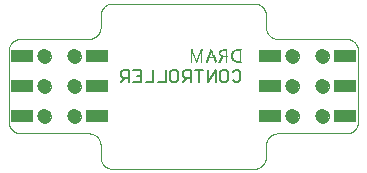
<source format=gbs>
G75*
%MOIN*%
%OFA0B0*%
%FSLAX25Y25*%
%IPPOS*%
%LPD*%
%AMOC8*
5,1,8,0,0,1.08239X$1,22.5*
%
%ADD10R,0.00300X0.00050*%
%ADD11R,0.00200X0.00050*%
%ADD12R,0.00250X0.00050*%
%ADD13R,0.00350X0.00050*%
%ADD14R,0.01400X0.00050*%
%ADD15R,0.01700X0.00050*%
%ADD16R,0.01900X0.00050*%
%ADD17R,0.02050X0.00050*%
%ADD18R,0.02150X0.00050*%
%ADD19R,0.00400X0.00050*%
%ADD20R,0.00900X0.00050*%
%ADD21R,0.00450X0.00050*%
%ADD22R,0.00700X0.00050*%
%ADD23R,0.00500X0.00050*%
%ADD24R,0.00600X0.00050*%
%ADD25R,0.00550X0.00050*%
%ADD26R,0.02350X0.00050*%
%ADD27R,0.02300X0.00050*%
%ADD28R,0.02250X0.00050*%
%ADD29R,0.02200X0.00050*%
%ADD30R,0.01650X0.00050*%
%ADD31R,0.01800X0.00050*%
%ADD32R,0.00750X0.00050*%
%ADD33R,0.00650X0.00050*%
%ADD34R,0.00850X0.00050*%
%ADD35R,0.02000X0.00050*%
%ADD36R,0.01750X0.00050*%
%ADD37R,0.01500X0.00050*%
%ADD38R,0.00150X0.00050*%
%ADD39C,0.00600*%
%ADD40C,0.00000*%
%ADD41R,0.07487X0.03943*%
%ADD42C,0.04731*%
D10*
X0080101Y0055597D03*
X0080101Y0055647D03*
X0080101Y0055697D03*
X0080101Y0055747D03*
X0080101Y0055797D03*
X0080101Y0055847D03*
X0080101Y0055897D03*
X0080101Y0055947D03*
X0080101Y0055997D03*
X0080101Y0056047D03*
X0080101Y0056097D03*
X0080101Y0056147D03*
X0080101Y0056197D03*
X0080101Y0056247D03*
X0080101Y0056297D03*
X0080101Y0056347D03*
X0080101Y0056397D03*
X0080101Y0056447D03*
X0080101Y0056497D03*
X0080101Y0056547D03*
X0080101Y0056597D03*
X0080101Y0056647D03*
X0080101Y0056697D03*
X0080101Y0056747D03*
X0080101Y0056797D03*
X0080101Y0056847D03*
X0080101Y0056897D03*
X0080101Y0056947D03*
X0080101Y0056997D03*
X0080101Y0057047D03*
X0080101Y0057097D03*
X0080101Y0057147D03*
X0080101Y0057197D03*
X0080101Y0057247D03*
X0080101Y0057297D03*
X0080101Y0057347D03*
X0080101Y0057397D03*
X0080101Y0057447D03*
X0080101Y0057497D03*
X0080101Y0057547D03*
X0080101Y0057597D03*
X0080101Y0057647D03*
X0080101Y0057697D03*
X0080101Y0057747D03*
X0080101Y0057797D03*
X0080101Y0057847D03*
X0080101Y0057897D03*
X0080101Y0057947D03*
X0080101Y0057997D03*
X0080101Y0058047D03*
X0080101Y0058097D03*
X0080101Y0058147D03*
X0080101Y0058197D03*
X0080101Y0058247D03*
X0080101Y0058297D03*
X0080101Y0058347D03*
X0080101Y0058397D03*
X0080101Y0058447D03*
X0080101Y0058497D03*
X0080101Y0058547D03*
X0080101Y0058597D03*
X0080101Y0058647D03*
X0080101Y0058697D03*
X0080101Y0058747D03*
X0080101Y0058797D03*
X0080101Y0058847D03*
X0080101Y0058897D03*
X0080101Y0058947D03*
X0080101Y0058997D03*
X0080101Y0059047D03*
X0080101Y0059097D03*
X0080101Y0059147D03*
X0080101Y0059197D03*
X0080401Y0059347D03*
X0080401Y0059397D03*
X0080451Y0059247D03*
X0080501Y0059147D03*
X0080501Y0059097D03*
X0080551Y0058997D03*
X0080601Y0058897D03*
X0080601Y0058847D03*
X0080651Y0058747D03*
X0080701Y0058647D03*
X0080701Y0058597D03*
X0080751Y0058497D03*
X0080801Y0058397D03*
X0080801Y0058347D03*
X0080851Y0058247D03*
X0080901Y0058147D03*
X0080951Y0058047D03*
X0080951Y0057997D03*
X0081001Y0057897D03*
X0081051Y0057797D03*
X0081051Y0057747D03*
X0081101Y0057647D03*
X0081151Y0057547D03*
X0081151Y0057497D03*
X0081201Y0057397D03*
X0081251Y0057297D03*
X0081251Y0057247D03*
X0081301Y0057147D03*
X0081351Y0057047D03*
X0081351Y0056997D03*
X0081401Y0056897D03*
X0081451Y0056797D03*
X0081451Y0056747D03*
X0081501Y0056647D03*
X0081551Y0056547D03*
X0081551Y0056497D03*
X0081601Y0056397D03*
X0081651Y0056297D03*
X0081701Y0056147D03*
X0082051Y0056147D03*
X0082051Y0056097D03*
X0082101Y0056197D03*
X0082101Y0056247D03*
X0082151Y0056347D03*
X0082151Y0056397D03*
X0082201Y0056447D03*
X0082201Y0056497D03*
X0082251Y0056547D03*
X0082251Y0056597D03*
X0082251Y0056647D03*
X0082301Y0056697D03*
X0082301Y0056747D03*
X0082351Y0056797D03*
X0082351Y0056847D03*
X0082351Y0056897D03*
X0082401Y0056947D03*
X0082401Y0056997D03*
X0082451Y0057047D03*
X0082451Y0057097D03*
X0082451Y0057147D03*
X0082501Y0057197D03*
X0082501Y0057247D03*
X0082551Y0057297D03*
X0082551Y0057347D03*
X0082551Y0057397D03*
X0082601Y0057447D03*
X0082601Y0057497D03*
X0082651Y0057547D03*
X0082651Y0057597D03*
X0082651Y0057647D03*
X0082701Y0057697D03*
X0082701Y0057747D03*
X0082751Y0057797D03*
X0082751Y0057847D03*
X0082801Y0057947D03*
X0082801Y0057997D03*
X0082851Y0058047D03*
X0082851Y0058097D03*
X0082901Y0058197D03*
X0082901Y0058247D03*
X0082951Y0058297D03*
X0082951Y0058347D03*
X0083001Y0058447D03*
X0083001Y0058497D03*
X0083051Y0058547D03*
X0083051Y0058597D03*
X0083101Y0058647D03*
X0083101Y0058697D03*
X0083101Y0058747D03*
X0083151Y0058797D03*
X0083151Y0058847D03*
X0083201Y0058897D03*
X0083201Y0058947D03*
X0083201Y0058997D03*
X0083251Y0059047D03*
X0083251Y0059097D03*
X0083301Y0059147D03*
X0083301Y0059197D03*
X0083301Y0059247D03*
X0083351Y0059297D03*
X0083351Y0059347D03*
X0086151Y0058247D03*
X0086151Y0058197D03*
X0086101Y0058097D03*
X0086101Y0058047D03*
X0086051Y0057947D03*
X0086051Y0057897D03*
X0086001Y0057847D03*
X0086001Y0057797D03*
X0085951Y0057697D03*
X0085951Y0057647D03*
X0085901Y0057547D03*
X0085851Y0057447D03*
X0085851Y0057397D03*
X0085651Y0056897D03*
X0085601Y0056797D03*
X0085551Y0056647D03*
X0085501Y0056547D03*
X0085501Y0056497D03*
X0085451Y0056397D03*
X0085401Y0056247D03*
X0085351Y0056147D03*
X0085301Y0055997D03*
X0085251Y0055897D03*
X0085201Y0055747D03*
X0085151Y0055647D03*
X0087751Y0056947D03*
X0087751Y0056997D03*
X0087801Y0056897D03*
X0087801Y0056847D03*
X0087851Y0056747D03*
X0087901Y0056647D03*
X0087901Y0056597D03*
X0087951Y0056497D03*
X0088001Y0056397D03*
X0088001Y0056347D03*
X0088051Y0056247D03*
X0088101Y0056147D03*
X0088101Y0056097D03*
X0088151Y0055997D03*
X0088201Y0055897D03*
X0088201Y0055847D03*
X0088251Y0055747D03*
X0088301Y0055647D03*
X0088301Y0055597D03*
X0089901Y0056547D03*
X0090051Y0056797D03*
X0090201Y0057047D03*
X0090351Y0057297D03*
X0089751Y0057947D03*
X0089701Y0057997D03*
X0089651Y0058097D03*
X0089651Y0058147D03*
X0089601Y0058197D03*
X0089601Y0058247D03*
X0089601Y0058297D03*
X0089551Y0058347D03*
X0089551Y0058397D03*
X0089551Y0058447D03*
X0089551Y0058497D03*
X0089551Y0058547D03*
X0089551Y0058597D03*
X0089551Y0058647D03*
X0089551Y0058697D03*
X0089551Y0058747D03*
X0089601Y0058947D03*
X0089601Y0058997D03*
X0091751Y0058997D03*
X0091751Y0059047D03*
X0091751Y0059097D03*
X0091751Y0059147D03*
X0091751Y0059197D03*
X0091751Y0059247D03*
X0091751Y0059297D03*
X0091751Y0059347D03*
X0091751Y0059397D03*
X0091751Y0059447D03*
X0091751Y0058947D03*
X0091751Y0058897D03*
X0091751Y0058847D03*
X0091751Y0058797D03*
X0091751Y0058747D03*
X0091751Y0058697D03*
X0091751Y0058647D03*
X0091751Y0058597D03*
X0091751Y0058547D03*
X0091751Y0058497D03*
X0091751Y0058447D03*
X0091751Y0058397D03*
X0091751Y0058347D03*
X0091751Y0058297D03*
X0091751Y0058247D03*
X0091751Y0058197D03*
X0091751Y0058147D03*
X0091751Y0058097D03*
X0091751Y0058047D03*
X0091751Y0057997D03*
X0091751Y0057947D03*
X0091751Y0057897D03*
X0091751Y0057847D03*
X0091751Y0057797D03*
X0091751Y0057747D03*
X0091751Y0057697D03*
X0091751Y0057647D03*
X0091751Y0057347D03*
X0091751Y0057297D03*
X0091751Y0057247D03*
X0091751Y0057197D03*
X0091751Y0057147D03*
X0091751Y0057097D03*
X0091751Y0057047D03*
X0091751Y0056997D03*
X0091751Y0056947D03*
X0091751Y0056897D03*
X0091751Y0056847D03*
X0091751Y0056797D03*
X0091751Y0056747D03*
X0091751Y0056697D03*
X0091751Y0056647D03*
X0091751Y0056597D03*
X0091751Y0056547D03*
X0091751Y0056497D03*
X0091751Y0056447D03*
X0091751Y0056397D03*
X0091751Y0056347D03*
X0091751Y0056297D03*
X0091751Y0056247D03*
X0091751Y0056197D03*
X0091751Y0056147D03*
X0091751Y0056097D03*
X0091751Y0056047D03*
X0091751Y0055997D03*
X0091751Y0055947D03*
X0091751Y0055897D03*
X0091751Y0055847D03*
X0091751Y0055797D03*
X0091751Y0055747D03*
X0091751Y0055697D03*
X0091751Y0055647D03*
X0091751Y0055597D03*
X0093801Y0056597D03*
X0093751Y0056697D03*
X0093701Y0056847D03*
X0093651Y0056997D03*
X0093651Y0057047D03*
X0093601Y0057197D03*
X0093601Y0057247D03*
X0093601Y0057297D03*
X0093601Y0057347D03*
X0093601Y0057397D03*
X0093601Y0057997D03*
X0093601Y0058047D03*
X0093601Y0058097D03*
X0093601Y0058147D03*
X0093601Y0058197D03*
X0093651Y0058347D03*
X0093651Y0058397D03*
X0093701Y0058547D03*
X0096451Y0058547D03*
X0096451Y0058597D03*
X0096451Y0058647D03*
X0096451Y0058697D03*
X0096451Y0058747D03*
X0096451Y0058797D03*
X0096451Y0058847D03*
X0096451Y0058897D03*
X0096451Y0058947D03*
X0096451Y0058997D03*
X0096451Y0059047D03*
X0096451Y0059097D03*
X0096451Y0059147D03*
X0096451Y0059197D03*
X0096451Y0059247D03*
X0096451Y0059297D03*
X0096451Y0059347D03*
X0096451Y0059397D03*
X0096451Y0059447D03*
X0096451Y0058497D03*
X0096451Y0058447D03*
X0096451Y0058397D03*
X0096451Y0058347D03*
X0096451Y0058297D03*
X0096451Y0058247D03*
X0096451Y0058197D03*
X0096451Y0058147D03*
X0096451Y0058097D03*
X0096451Y0058047D03*
X0096451Y0057997D03*
X0096451Y0057947D03*
X0096451Y0057897D03*
X0096451Y0057847D03*
X0096451Y0057797D03*
X0096451Y0057747D03*
X0096451Y0057697D03*
X0096451Y0057647D03*
X0096451Y0057597D03*
X0096451Y0057547D03*
X0096451Y0057497D03*
X0096451Y0057447D03*
X0096451Y0057397D03*
X0096451Y0057347D03*
X0096451Y0057297D03*
X0096451Y0057247D03*
X0096451Y0057197D03*
X0096451Y0057147D03*
X0096451Y0057097D03*
X0096451Y0057047D03*
X0096451Y0056997D03*
X0096451Y0056947D03*
X0096451Y0056897D03*
X0096451Y0056847D03*
X0096451Y0056797D03*
X0096451Y0056747D03*
X0096451Y0056697D03*
X0096451Y0056647D03*
X0096451Y0056597D03*
X0096451Y0056547D03*
X0096451Y0056497D03*
X0096451Y0056447D03*
X0096451Y0056397D03*
X0096451Y0056347D03*
X0096451Y0056297D03*
X0096451Y0056247D03*
X0096451Y0056197D03*
X0096451Y0056147D03*
X0096451Y0056097D03*
X0096451Y0056047D03*
X0096451Y0055997D03*
X0096451Y0055947D03*
X0096451Y0055897D03*
X0096451Y0055847D03*
X0087601Y0057347D03*
X0087601Y0057397D03*
X0087551Y0057447D03*
X0087551Y0057497D03*
X0087501Y0057597D03*
X0087501Y0057647D03*
X0087451Y0057697D03*
X0087451Y0057747D03*
X0087401Y0057847D03*
X0087401Y0057897D03*
X0087351Y0057947D03*
X0087351Y0057997D03*
X0087351Y0058047D03*
X0087301Y0058097D03*
X0087301Y0058147D03*
X0087251Y0058197D03*
X0087251Y0058247D03*
X0087251Y0058297D03*
X0087201Y0058347D03*
X0087201Y0058397D03*
X0087151Y0058447D03*
X0087151Y0058497D03*
X0087151Y0058547D03*
X0087101Y0058597D03*
X0087101Y0058647D03*
X0087051Y0058697D03*
X0087051Y0058747D03*
X0087051Y0058797D03*
X0087001Y0058847D03*
X0087001Y0058897D03*
X0086951Y0058997D03*
X0086951Y0059047D03*
X0086901Y0059147D03*
X0086551Y0059197D03*
X0086551Y0059247D03*
X0086501Y0059147D03*
X0086501Y0059097D03*
X0086451Y0058997D03*
X0086451Y0058947D03*
X0086401Y0058897D03*
X0086401Y0058847D03*
X0086401Y0058797D03*
X0086351Y0058747D03*
X0086351Y0058697D03*
X0086301Y0058647D03*
X0086301Y0058597D03*
X0086301Y0058547D03*
X0086251Y0058497D03*
X0086251Y0058447D03*
X0086201Y0058347D03*
X0086201Y0058297D03*
X0086701Y0059597D03*
X0086701Y0059647D03*
X0081901Y0055747D03*
X0081901Y0055697D03*
D11*
X0081901Y0055597D03*
X0086701Y0059697D03*
X0086701Y0059747D03*
D12*
X0086876Y0059247D03*
X0086876Y0059197D03*
X0086926Y0059097D03*
X0086976Y0058947D03*
X0086476Y0059047D03*
X0083676Y0059047D03*
X0083676Y0059097D03*
X0083676Y0059147D03*
X0083676Y0059197D03*
X0083676Y0059247D03*
X0083676Y0059297D03*
X0083676Y0059347D03*
X0083676Y0058997D03*
X0083676Y0058947D03*
X0083676Y0058897D03*
X0083676Y0058847D03*
X0083676Y0058797D03*
X0083676Y0058747D03*
X0083676Y0058697D03*
X0083676Y0058647D03*
X0083676Y0058597D03*
X0083676Y0058547D03*
X0083676Y0058497D03*
X0083676Y0058447D03*
X0083676Y0058397D03*
X0083676Y0058347D03*
X0083676Y0058297D03*
X0083676Y0058247D03*
X0083676Y0058197D03*
X0083676Y0058147D03*
X0083676Y0058097D03*
X0083676Y0058047D03*
X0083676Y0057997D03*
X0083676Y0057947D03*
X0083676Y0057897D03*
X0083676Y0057847D03*
X0083676Y0057797D03*
X0083676Y0057747D03*
X0083676Y0057697D03*
X0083676Y0057647D03*
X0083676Y0057597D03*
X0083676Y0057547D03*
X0083676Y0057497D03*
X0083676Y0057447D03*
X0083676Y0057397D03*
X0083676Y0057347D03*
X0083676Y0057297D03*
X0083676Y0057247D03*
X0083676Y0057197D03*
X0083676Y0057147D03*
X0083676Y0057097D03*
X0083676Y0057047D03*
X0083676Y0056997D03*
X0083676Y0056947D03*
X0083676Y0056897D03*
X0083676Y0056847D03*
X0083676Y0056797D03*
X0083676Y0056747D03*
X0083676Y0056697D03*
X0083676Y0056647D03*
X0083676Y0056597D03*
X0083676Y0056547D03*
X0083676Y0056497D03*
X0083676Y0056447D03*
X0083676Y0056397D03*
X0083676Y0056347D03*
X0083676Y0056297D03*
X0083676Y0056247D03*
X0083676Y0056197D03*
X0083676Y0056147D03*
X0083676Y0056097D03*
X0083676Y0056047D03*
X0083676Y0055997D03*
X0083676Y0055947D03*
X0083676Y0055897D03*
X0083676Y0055847D03*
X0083676Y0055797D03*
X0083676Y0055747D03*
X0083676Y0055697D03*
X0083676Y0055647D03*
X0083676Y0055597D03*
X0082126Y0056297D03*
X0081726Y0056097D03*
X0081676Y0056197D03*
X0081676Y0056247D03*
X0081626Y0056347D03*
X0081576Y0056447D03*
X0081526Y0056597D03*
X0081476Y0056697D03*
X0081426Y0056847D03*
X0081376Y0056947D03*
X0081326Y0057097D03*
X0081276Y0057197D03*
X0081226Y0057347D03*
X0081176Y0057447D03*
X0081126Y0057597D03*
X0081076Y0057697D03*
X0081026Y0057847D03*
X0080976Y0057947D03*
X0080926Y0058097D03*
X0080876Y0058197D03*
X0080826Y0058297D03*
X0080776Y0058447D03*
X0080726Y0058547D03*
X0080676Y0058697D03*
X0080626Y0058797D03*
X0080576Y0058947D03*
X0080526Y0059047D03*
X0080476Y0059197D03*
X0080426Y0059297D03*
X0080076Y0059297D03*
X0080076Y0059347D03*
X0080076Y0059397D03*
X0080076Y0059247D03*
X0082876Y0058147D03*
X0082776Y0057897D03*
X0082976Y0058397D03*
X0081876Y0055647D03*
D13*
X0081876Y0055797D03*
X0085126Y0055597D03*
X0085176Y0055697D03*
X0085226Y0055797D03*
X0085226Y0055847D03*
X0085276Y0055947D03*
X0085326Y0056047D03*
X0085326Y0056097D03*
X0085376Y0056197D03*
X0085426Y0056297D03*
X0085426Y0056347D03*
X0085476Y0056447D03*
X0085526Y0056597D03*
X0085576Y0056697D03*
X0085576Y0056747D03*
X0085626Y0056847D03*
X0085676Y0056947D03*
X0085676Y0056997D03*
X0085826Y0057347D03*
X0085876Y0057497D03*
X0085926Y0057597D03*
X0085976Y0057747D03*
X0086076Y0057997D03*
X0086126Y0058147D03*
X0086226Y0058397D03*
X0087426Y0057797D03*
X0087526Y0057547D03*
X0087826Y0056797D03*
X0087876Y0056697D03*
X0087926Y0056547D03*
X0087976Y0056447D03*
X0088026Y0056297D03*
X0088076Y0056197D03*
X0088126Y0056047D03*
X0088176Y0055947D03*
X0088226Y0055797D03*
X0088276Y0055697D03*
X0089326Y0055597D03*
X0089376Y0055647D03*
X0089376Y0055697D03*
X0089426Y0055747D03*
X0089476Y0055797D03*
X0089476Y0055847D03*
X0089526Y0055897D03*
X0089526Y0055947D03*
X0089576Y0055997D03*
X0089626Y0056047D03*
X0089626Y0056097D03*
X0089676Y0056147D03*
X0089676Y0056197D03*
X0089726Y0056247D03*
X0089776Y0056297D03*
X0089776Y0056347D03*
X0089826Y0056397D03*
X0089826Y0056447D03*
X0089876Y0056497D03*
X0089926Y0056597D03*
X0089976Y0056647D03*
X0089976Y0056697D03*
X0090026Y0056747D03*
X0090076Y0056847D03*
X0090126Y0056897D03*
X0090126Y0056947D03*
X0090176Y0056997D03*
X0090226Y0057097D03*
X0090276Y0057147D03*
X0090276Y0057197D03*
X0090326Y0057247D03*
X0090376Y0057347D03*
X0089776Y0057897D03*
X0089676Y0058047D03*
X0089576Y0058797D03*
X0089576Y0058847D03*
X0089576Y0058897D03*
X0089626Y0059047D03*
X0089676Y0059097D03*
X0089676Y0059147D03*
X0089726Y0059197D03*
X0093626Y0058297D03*
X0093626Y0058247D03*
X0093676Y0058447D03*
X0093676Y0058497D03*
X0093726Y0058597D03*
X0093726Y0058647D03*
X0093776Y0058697D03*
X0093776Y0058747D03*
X0093826Y0058797D03*
X0093876Y0058897D03*
X0093576Y0057947D03*
X0093576Y0057897D03*
X0093576Y0057847D03*
X0093576Y0057797D03*
X0093576Y0057747D03*
X0093576Y0057697D03*
X0093576Y0057647D03*
X0093576Y0057597D03*
X0093576Y0057547D03*
X0093576Y0057497D03*
X0093576Y0057447D03*
X0093626Y0057147D03*
X0093626Y0057097D03*
X0093676Y0056947D03*
X0093676Y0056897D03*
X0093726Y0056797D03*
X0093726Y0056747D03*
X0093776Y0056647D03*
X0093826Y0056547D03*
X0093876Y0056497D03*
X0093876Y0056447D03*
X0093926Y0056397D03*
X0080126Y0059747D03*
D14*
X0095901Y0055597D03*
D15*
X0095751Y0055647D03*
X0091051Y0057497D03*
X0095751Y0059697D03*
D16*
X0095651Y0059647D03*
X0090951Y0059597D03*
X0090951Y0057597D03*
X0095651Y0055697D03*
D17*
X0095576Y0055747D03*
X0095576Y0059597D03*
X0090876Y0059497D03*
D18*
X0086726Y0057297D03*
X0095526Y0055797D03*
D19*
X0094101Y0056197D03*
X0094051Y0056247D03*
X0094001Y0056297D03*
X0093951Y0056347D03*
X0089901Y0057797D03*
X0089851Y0057847D03*
X0089751Y0059247D03*
X0086701Y0059447D03*
X0086701Y0059497D03*
X0086701Y0059547D03*
X0081901Y0055847D03*
X0093851Y0058847D03*
X0093901Y0058947D03*
X0093951Y0058997D03*
X0094001Y0059047D03*
X0094051Y0059097D03*
D20*
X0094801Y0055847D03*
D21*
X0094226Y0056097D03*
X0094176Y0056147D03*
X0089976Y0057747D03*
X0089826Y0059297D03*
X0089876Y0059347D03*
X0094076Y0059147D03*
X0083576Y0059647D03*
X0083576Y0059697D03*
X0080176Y0059697D03*
X0081876Y0055897D03*
D22*
X0090101Y0059447D03*
X0094601Y0055897D03*
D23*
X0094301Y0056047D03*
X0094151Y0059197D03*
X0094201Y0059247D03*
X0086701Y0059347D03*
X0086701Y0059397D03*
X0083551Y0059547D03*
X0083551Y0059597D03*
X0080201Y0059597D03*
X0080201Y0059647D03*
X0080201Y0059547D03*
X0081901Y0055997D03*
X0081901Y0055947D03*
D24*
X0094451Y0055947D03*
D25*
X0094376Y0055997D03*
X0090076Y0057697D03*
X0089976Y0059397D03*
X0086726Y0059297D03*
X0083526Y0059397D03*
X0083526Y0059447D03*
X0083526Y0059497D03*
X0080226Y0059497D03*
X0080226Y0059447D03*
X0081876Y0056047D03*
X0094276Y0059297D03*
X0094376Y0059347D03*
D26*
X0086726Y0057047D03*
D27*
X0086701Y0057097D03*
X0095451Y0059497D03*
D28*
X0086726Y0057147D03*
D29*
X0086701Y0057197D03*
X0086701Y0057247D03*
X0095501Y0059547D03*
D30*
X0091076Y0057447D03*
X0091076Y0057397D03*
D31*
X0091001Y0057547D03*
D32*
X0090276Y0057647D03*
D33*
X0094476Y0059397D03*
D34*
X0094626Y0059447D03*
D35*
X0090901Y0059547D03*
D36*
X0091026Y0059647D03*
D37*
X0091151Y0059697D03*
D38*
X0091826Y0059747D03*
X0096476Y0059747D03*
X0083726Y0059747D03*
D39*
X0083904Y0053168D02*
X0081302Y0053168D01*
X0082603Y0053168D02*
X0082603Y0049265D01*
X0079760Y0049265D02*
X0079760Y0053168D01*
X0077809Y0053168D01*
X0077158Y0052517D01*
X0077158Y0051216D01*
X0077809Y0050566D01*
X0079760Y0050566D01*
X0078459Y0050566D02*
X0077158Y0049265D01*
X0075617Y0049915D02*
X0074966Y0049265D01*
X0073665Y0049265D01*
X0073015Y0049915D01*
X0073015Y0052517D01*
X0073665Y0053168D01*
X0074966Y0053168D01*
X0075617Y0052517D01*
X0075617Y0049915D01*
X0071473Y0049265D02*
X0071473Y0053168D01*
X0067330Y0053168D02*
X0067330Y0049265D01*
X0064728Y0049265D01*
X0063186Y0049265D02*
X0060584Y0049265D01*
X0059043Y0049265D02*
X0059043Y0053168D01*
X0057091Y0053168D01*
X0056441Y0052517D01*
X0056441Y0051216D01*
X0057091Y0050566D01*
X0059043Y0050566D01*
X0057742Y0050566D02*
X0056441Y0049265D01*
X0060584Y0053168D02*
X0063186Y0053168D01*
X0063186Y0049265D01*
X0063186Y0051216D02*
X0061885Y0051216D01*
X0068871Y0049265D02*
X0071473Y0049265D01*
X0085445Y0049265D02*
X0085445Y0053168D01*
X0088048Y0053168D02*
X0085445Y0049265D01*
X0088048Y0049265D02*
X0088048Y0053168D01*
X0089589Y0052517D02*
X0090239Y0053168D01*
X0091541Y0053168D01*
X0092191Y0052517D01*
X0092191Y0049915D01*
X0091541Y0049265D01*
X0090239Y0049265D01*
X0089589Y0049915D01*
X0089589Y0052517D01*
X0093732Y0052517D02*
X0094383Y0053168D01*
X0095684Y0053168D01*
X0096335Y0052517D01*
X0096335Y0049915D01*
X0095684Y0049265D01*
X0094383Y0049265D01*
X0093732Y0049915D01*
D40*
X0049728Y0028075D02*
X0049726Y0028199D01*
X0049720Y0028322D01*
X0049711Y0028446D01*
X0049697Y0028568D01*
X0049680Y0028691D01*
X0049658Y0028813D01*
X0049633Y0028934D01*
X0049604Y0029054D01*
X0049572Y0029173D01*
X0049535Y0029292D01*
X0049495Y0029409D01*
X0049452Y0029524D01*
X0049404Y0029639D01*
X0049353Y0029751D01*
X0049299Y0029862D01*
X0049241Y0029972D01*
X0049180Y0030079D01*
X0049115Y0030185D01*
X0049047Y0030288D01*
X0048976Y0030389D01*
X0048902Y0030488D01*
X0048825Y0030585D01*
X0048744Y0030679D01*
X0048661Y0030770D01*
X0048575Y0030859D01*
X0048486Y0030945D01*
X0048395Y0031028D01*
X0048301Y0031109D01*
X0048204Y0031186D01*
X0048105Y0031260D01*
X0048004Y0031331D01*
X0047901Y0031399D01*
X0047795Y0031464D01*
X0047688Y0031525D01*
X0047578Y0031583D01*
X0047467Y0031637D01*
X0047355Y0031688D01*
X0047240Y0031736D01*
X0047125Y0031779D01*
X0047008Y0031819D01*
X0046889Y0031856D01*
X0046770Y0031888D01*
X0046650Y0031917D01*
X0046529Y0031942D01*
X0046407Y0031964D01*
X0046284Y0031981D01*
X0046162Y0031995D01*
X0046038Y0032004D01*
X0045915Y0032010D01*
X0045791Y0032012D01*
X0023055Y0032012D01*
X0022931Y0032014D01*
X0022808Y0032020D01*
X0022684Y0032029D01*
X0022562Y0032043D01*
X0022439Y0032060D01*
X0022317Y0032082D01*
X0022196Y0032107D01*
X0022076Y0032136D01*
X0021957Y0032168D01*
X0021838Y0032205D01*
X0021721Y0032245D01*
X0021606Y0032288D01*
X0021491Y0032336D01*
X0021379Y0032387D01*
X0021268Y0032441D01*
X0021158Y0032499D01*
X0021051Y0032560D01*
X0020945Y0032625D01*
X0020842Y0032693D01*
X0020741Y0032764D01*
X0020642Y0032838D01*
X0020545Y0032915D01*
X0020451Y0032996D01*
X0020360Y0033079D01*
X0020271Y0033165D01*
X0020185Y0033254D01*
X0020102Y0033345D01*
X0020021Y0033439D01*
X0019944Y0033536D01*
X0019870Y0033635D01*
X0019799Y0033736D01*
X0019731Y0033839D01*
X0019666Y0033945D01*
X0019605Y0034052D01*
X0019547Y0034162D01*
X0019493Y0034273D01*
X0019442Y0034385D01*
X0019394Y0034500D01*
X0019351Y0034615D01*
X0019311Y0034732D01*
X0019274Y0034851D01*
X0019242Y0034970D01*
X0019213Y0035090D01*
X0019188Y0035211D01*
X0019166Y0035333D01*
X0019149Y0035456D01*
X0019135Y0035578D01*
X0019126Y0035702D01*
X0019120Y0035825D01*
X0019118Y0035949D01*
X0019118Y0059571D01*
X0019120Y0059695D01*
X0019126Y0059818D01*
X0019135Y0059942D01*
X0019149Y0060064D01*
X0019166Y0060187D01*
X0019188Y0060309D01*
X0019213Y0060430D01*
X0019242Y0060550D01*
X0019274Y0060669D01*
X0019311Y0060788D01*
X0019351Y0060905D01*
X0019394Y0061020D01*
X0019442Y0061135D01*
X0019493Y0061247D01*
X0019547Y0061358D01*
X0019605Y0061468D01*
X0019666Y0061575D01*
X0019731Y0061681D01*
X0019799Y0061784D01*
X0019870Y0061885D01*
X0019944Y0061984D01*
X0020021Y0062081D01*
X0020102Y0062175D01*
X0020185Y0062266D01*
X0020271Y0062355D01*
X0020360Y0062441D01*
X0020451Y0062524D01*
X0020545Y0062605D01*
X0020642Y0062682D01*
X0020741Y0062756D01*
X0020842Y0062827D01*
X0020945Y0062895D01*
X0021051Y0062960D01*
X0021158Y0063021D01*
X0021268Y0063079D01*
X0021379Y0063133D01*
X0021491Y0063184D01*
X0021606Y0063232D01*
X0021721Y0063275D01*
X0021838Y0063315D01*
X0021957Y0063352D01*
X0022076Y0063384D01*
X0022196Y0063413D01*
X0022317Y0063438D01*
X0022439Y0063460D01*
X0022562Y0063477D01*
X0022684Y0063491D01*
X0022808Y0063500D01*
X0022931Y0063506D01*
X0023055Y0063508D01*
X0045791Y0063508D01*
X0045915Y0063510D01*
X0046038Y0063516D01*
X0046162Y0063525D01*
X0046284Y0063539D01*
X0046407Y0063556D01*
X0046529Y0063578D01*
X0046650Y0063603D01*
X0046770Y0063632D01*
X0046889Y0063664D01*
X0047008Y0063701D01*
X0047125Y0063741D01*
X0047240Y0063784D01*
X0047355Y0063832D01*
X0047467Y0063883D01*
X0047578Y0063937D01*
X0047688Y0063995D01*
X0047795Y0064056D01*
X0047901Y0064121D01*
X0048004Y0064189D01*
X0048105Y0064260D01*
X0048204Y0064334D01*
X0048301Y0064411D01*
X0048395Y0064492D01*
X0048486Y0064575D01*
X0048575Y0064661D01*
X0048661Y0064750D01*
X0048744Y0064841D01*
X0048825Y0064935D01*
X0048902Y0065032D01*
X0048976Y0065131D01*
X0049047Y0065232D01*
X0049115Y0065335D01*
X0049180Y0065441D01*
X0049241Y0065548D01*
X0049299Y0065658D01*
X0049353Y0065769D01*
X0049404Y0065881D01*
X0049452Y0065996D01*
X0049495Y0066111D01*
X0049535Y0066228D01*
X0049572Y0066347D01*
X0049604Y0066466D01*
X0049633Y0066586D01*
X0049658Y0066707D01*
X0049680Y0066829D01*
X0049697Y0066952D01*
X0049711Y0067074D01*
X0049720Y0067198D01*
X0049726Y0067321D01*
X0049728Y0067445D01*
X0049728Y0071382D01*
X0049730Y0071506D01*
X0049736Y0071629D01*
X0049745Y0071753D01*
X0049759Y0071875D01*
X0049776Y0071998D01*
X0049798Y0072120D01*
X0049823Y0072241D01*
X0049852Y0072361D01*
X0049884Y0072480D01*
X0049921Y0072599D01*
X0049961Y0072716D01*
X0050004Y0072831D01*
X0050052Y0072946D01*
X0050103Y0073058D01*
X0050157Y0073169D01*
X0050215Y0073279D01*
X0050276Y0073386D01*
X0050341Y0073492D01*
X0050409Y0073595D01*
X0050480Y0073696D01*
X0050554Y0073795D01*
X0050631Y0073892D01*
X0050712Y0073986D01*
X0050795Y0074077D01*
X0050881Y0074166D01*
X0050970Y0074252D01*
X0051061Y0074335D01*
X0051155Y0074416D01*
X0051252Y0074493D01*
X0051351Y0074567D01*
X0051452Y0074638D01*
X0051555Y0074706D01*
X0051661Y0074771D01*
X0051768Y0074832D01*
X0051878Y0074890D01*
X0051989Y0074944D01*
X0052101Y0074995D01*
X0052216Y0075043D01*
X0052331Y0075086D01*
X0052448Y0075126D01*
X0052567Y0075163D01*
X0052686Y0075195D01*
X0052806Y0075224D01*
X0052927Y0075249D01*
X0053049Y0075271D01*
X0053172Y0075288D01*
X0053294Y0075302D01*
X0053418Y0075311D01*
X0053541Y0075317D01*
X0053665Y0075319D01*
X0100909Y0075319D01*
X0101033Y0075317D01*
X0101156Y0075311D01*
X0101280Y0075302D01*
X0101402Y0075288D01*
X0101525Y0075271D01*
X0101647Y0075249D01*
X0101768Y0075224D01*
X0101888Y0075195D01*
X0102007Y0075163D01*
X0102126Y0075126D01*
X0102243Y0075086D01*
X0102358Y0075043D01*
X0102473Y0074995D01*
X0102585Y0074944D01*
X0102696Y0074890D01*
X0102806Y0074832D01*
X0102913Y0074771D01*
X0103019Y0074706D01*
X0103122Y0074638D01*
X0103223Y0074567D01*
X0103322Y0074493D01*
X0103419Y0074416D01*
X0103513Y0074335D01*
X0103604Y0074252D01*
X0103693Y0074166D01*
X0103779Y0074077D01*
X0103862Y0073986D01*
X0103943Y0073892D01*
X0104020Y0073795D01*
X0104094Y0073696D01*
X0104165Y0073595D01*
X0104233Y0073492D01*
X0104298Y0073386D01*
X0104359Y0073279D01*
X0104417Y0073169D01*
X0104471Y0073058D01*
X0104522Y0072946D01*
X0104570Y0072831D01*
X0104613Y0072716D01*
X0104653Y0072599D01*
X0104690Y0072480D01*
X0104722Y0072361D01*
X0104751Y0072241D01*
X0104776Y0072120D01*
X0104798Y0071998D01*
X0104815Y0071875D01*
X0104829Y0071753D01*
X0104838Y0071629D01*
X0104844Y0071506D01*
X0104846Y0071382D01*
X0104846Y0067445D01*
X0104848Y0067321D01*
X0104854Y0067198D01*
X0104863Y0067074D01*
X0104877Y0066952D01*
X0104894Y0066829D01*
X0104916Y0066707D01*
X0104941Y0066586D01*
X0104970Y0066466D01*
X0105002Y0066347D01*
X0105039Y0066228D01*
X0105079Y0066111D01*
X0105122Y0065996D01*
X0105170Y0065881D01*
X0105221Y0065769D01*
X0105275Y0065658D01*
X0105333Y0065548D01*
X0105394Y0065441D01*
X0105459Y0065335D01*
X0105527Y0065232D01*
X0105598Y0065131D01*
X0105672Y0065032D01*
X0105749Y0064935D01*
X0105830Y0064841D01*
X0105913Y0064750D01*
X0105999Y0064661D01*
X0106088Y0064575D01*
X0106179Y0064492D01*
X0106273Y0064411D01*
X0106370Y0064334D01*
X0106469Y0064260D01*
X0106570Y0064189D01*
X0106673Y0064121D01*
X0106779Y0064056D01*
X0106886Y0063995D01*
X0106996Y0063937D01*
X0107107Y0063883D01*
X0107219Y0063832D01*
X0107334Y0063784D01*
X0107449Y0063741D01*
X0107566Y0063701D01*
X0107685Y0063664D01*
X0107804Y0063632D01*
X0107924Y0063603D01*
X0108045Y0063578D01*
X0108167Y0063556D01*
X0108290Y0063539D01*
X0108412Y0063525D01*
X0108536Y0063516D01*
X0108659Y0063510D01*
X0108783Y0063508D01*
X0131618Y0063508D01*
X0131742Y0063506D01*
X0131865Y0063500D01*
X0131989Y0063491D01*
X0132111Y0063477D01*
X0132234Y0063460D01*
X0132356Y0063438D01*
X0132477Y0063413D01*
X0132597Y0063384D01*
X0132716Y0063352D01*
X0132835Y0063315D01*
X0132952Y0063275D01*
X0133067Y0063232D01*
X0133182Y0063184D01*
X0133294Y0063133D01*
X0133405Y0063079D01*
X0133515Y0063021D01*
X0133622Y0062960D01*
X0133728Y0062895D01*
X0133831Y0062827D01*
X0133932Y0062756D01*
X0134031Y0062682D01*
X0134128Y0062605D01*
X0134222Y0062524D01*
X0134313Y0062441D01*
X0134402Y0062355D01*
X0134488Y0062266D01*
X0134571Y0062175D01*
X0134652Y0062081D01*
X0134729Y0061984D01*
X0134803Y0061885D01*
X0134874Y0061784D01*
X0134942Y0061681D01*
X0135007Y0061575D01*
X0135068Y0061468D01*
X0135126Y0061358D01*
X0135180Y0061247D01*
X0135231Y0061135D01*
X0135279Y0061020D01*
X0135322Y0060905D01*
X0135362Y0060788D01*
X0135399Y0060669D01*
X0135431Y0060550D01*
X0135460Y0060430D01*
X0135485Y0060309D01*
X0135507Y0060187D01*
X0135524Y0060064D01*
X0135538Y0059942D01*
X0135547Y0059818D01*
X0135553Y0059695D01*
X0135555Y0059571D01*
X0135555Y0035949D01*
X0135553Y0035825D01*
X0135547Y0035702D01*
X0135538Y0035578D01*
X0135524Y0035456D01*
X0135507Y0035333D01*
X0135485Y0035211D01*
X0135460Y0035090D01*
X0135431Y0034970D01*
X0135399Y0034851D01*
X0135362Y0034732D01*
X0135322Y0034615D01*
X0135279Y0034500D01*
X0135231Y0034385D01*
X0135180Y0034273D01*
X0135126Y0034162D01*
X0135068Y0034052D01*
X0135007Y0033945D01*
X0134942Y0033839D01*
X0134874Y0033736D01*
X0134803Y0033635D01*
X0134729Y0033536D01*
X0134652Y0033439D01*
X0134571Y0033345D01*
X0134488Y0033254D01*
X0134402Y0033165D01*
X0134313Y0033079D01*
X0134222Y0032996D01*
X0134128Y0032915D01*
X0134031Y0032838D01*
X0133932Y0032764D01*
X0133831Y0032693D01*
X0133728Y0032625D01*
X0133622Y0032560D01*
X0133515Y0032499D01*
X0133405Y0032441D01*
X0133294Y0032387D01*
X0133182Y0032336D01*
X0133067Y0032288D01*
X0132952Y0032245D01*
X0132835Y0032205D01*
X0132716Y0032168D01*
X0132597Y0032136D01*
X0132477Y0032107D01*
X0132356Y0032082D01*
X0132234Y0032060D01*
X0132111Y0032043D01*
X0131989Y0032029D01*
X0131865Y0032020D01*
X0131742Y0032014D01*
X0131618Y0032012D01*
X0108783Y0032012D01*
X0108659Y0032010D01*
X0108536Y0032004D01*
X0108412Y0031995D01*
X0108290Y0031981D01*
X0108167Y0031964D01*
X0108045Y0031942D01*
X0107924Y0031917D01*
X0107804Y0031888D01*
X0107685Y0031856D01*
X0107566Y0031819D01*
X0107449Y0031779D01*
X0107334Y0031736D01*
X0107219Y0031688D01*
X0107107Y0031637D01*
X0106996Y0031583D01*
X0106886Y0031525D01*
X0106779Y0031464D01*
X0106673Y0031399D01*
X0106570Y0031331D01*
X0106469Y0031260D01*
X0106370Y0031186D01*
X0106273Y0031109D01*
X0106179Y0031028D01*
X0106088Y0030945D01*
X0105999Y0030859D01*
X0105913Y0030770D01*
X0105830Y0030679D01*
X0105749Y0030585D01*
X0105672Y0030488D01*
X0105598Y0030389D01*
X0105527Y0030288D01*
X0105459Y0030185D01*
X0105394Y0030079D01*
X0105333Y0029972D01*
X0105275Y0029862D01*
X0105221Y0029751D01*
X0105170Y0029639D01*
X0105122Y0029524D01*
X0105079Y0029409D01*
X0105039Y0029292D01*
X0105002Y0029173D01*
X0104970Y0029054D01*
X0104941Y0028934D01*
X0104916Y0028813D01*
X0104894Y0028691D01*
X0104877Y0028568D01*
X0104863Y0028446D01*
X0104854Y0028322D01*
X0104848Y0028199D01*
X0104846Y0028075D01*
X0104846Y0024138D01*
X0104844Y0024014D01*
X0104838Y0023891D01*
X0104829Y0023767D01*
X0104815Y0023645D01*
X0104798Y0023522D01*
X0104776Y0023400D01*
X0104751Y0023279D01*
X0104722Y0023159D01*
X0104690Y0023040D01*
X0104653Y0022921D01*
X0104613Y0022804D01*
X0104570Y0022689D01*
X0104522Y0022574D01*
X0104471Y0022462D01*
X0104417Y0022351D01*
X0104359Y0022241D01*
X0104298Y0022134D01*
X0104233Y0022028D01*
X0104165Y0021925D01*
X0104094Y0021824D01*
X0104020Y0021725D01*
X0103943Y0021628D01*
X0103862Y0021534D01*
X0103779Y0021443D01*
X0103693Y0021354D01*
X0103604Y0021268D01*
X0103513Y0021185D01*
X0103419Y0021104D01*
X0103322Y0021027D01*
X0103223Y0020953D01*
X0103122Y0020882D01*
X0103019Y0020814D01*
X0102913Y0020749D01*
X0102806Y0020688D01*
X0102696Y0020630D01*
X0102585Y0020576D01*
X0102473Y0020525D01*
X0102358Y0020477D01*
X0102243Y0020434D01*
X0102126Y0020394D01*
X0102007Y0020357D01*
X0101888Y0020325D01*
X0101768Y0020296D01*
X0101647Y0020271D01*
X0101525Y0020249D01*
X0101402Y0020232D01*
X0101280Y0020218D01*
X0101156Y0020209D01*
X0101033Y0020203D01*
X0100909Y0020201D01*
X0053665Y0020201D01*
X0053541Y0020203D01*
X0053418Y0020209D01*
X0053294Y0020218D01*
X0053172Y0020232D01*
X0053049Y0020249D01*
X0052927Y0020271D01*
X0052806Y0020296D01*
X0052686Y0020325D01*
X0052567Y0020357D01*
X0052448Y0020394D01*
X0052331Y0020434D01*
X0052216Y0020477D01*
X0052101Y0020525D01*
X0051989Y0020576D01*
X0051878Y0020630D01*
X0051768Y0020688D01*
X0051661Y0020749D01*
X0051555Y0020814D01*
X0051452Y0020882D01*
X0051351Y0020953D01*
X0051252Y0021027D01*
X0051155Y0021104D01*
X0051061Y0021185D01*
X0050970Y0021268D01*
X0050881Y0021354D01*
X0050795Y0021443D01*
X0050712Y0021534D01*
X0050631Y0021628D01*
X0050554Y0021725D01*
X0050480Y0021824D01*
X0050409Y0021925D01*
X0050341Y0022028D01*
X0050276Y0022134D01*
X0050215Y0022241D01*
X0050157Y0022351D01*
X0050103Y0022462D01*
X0050052Y0022574D01*
X0050004Y0022689D01*
X0049961Y0022804D01*
X0049921Y0022921D01*
X0049884Y0023040D01*
X0049852Y0023159D01*
X0049823Y0023279D01*
X0049798Y0023400D01*
X0049776Y0023522D01*
X0049759Y0023645D01*
X0049745Y0023767D01*
X0049736Y0023891D01*
X0049730Y0024014D01*
X0049728Y0024138D01*
X0049728Y0028075D01*
X0038784Y0037760D02*
X0038786Y0037853D01*
X0038792Y0037945D01*
X0038802Y0038037D01*
X0038816Y0038128D01*
X0038833Y0038219D01*
X0038855Y0038309D01*
X0038880Y0038398D01*
X0038909Y0038486D01*
X0038942Y0038572D01*
X0038979Y0038657D01*
X0039019Y0038741D01*
X0039063Y0038822D01*
X0039110Y0038902D01*
X0039160Y0038980D01*
X0039214Y0039055D01*
X0039271Y0039128D01*
X0039331Y0039198D01*
X0039394Y0039266D01*
X0039460Y0039331D01*
X0039528Y0039393D01*
X0039599Y0039453D01*
X0039673Y0039509D01*
X0039749Y0039562D01*
X0039827Y0039611D01*
X0039907Y0039658D01*
X0039989Y0039700D01*
X0040073Y0039740D01*
X0040158Y0039775D01*
X0040245Y0039807D01*
X0040333Y0039836D01*
X0040422Y0039860D01*
X0040512Y0039881D01*
X0040603Y0039897D01*
X0040695Y0039910D01*
X0040787Y0039919D01*
X0040880Y0039924D01*
X0040972Y0039925D01*
X0041065Y0039922D01*
X0041157Y0039915D01*
X0041249Y0039904D01*
X0041340Y0039889D01*
X0041431Y0039871D01*
X0041521Y0039848D01*
X0041609Y0039822D01*
X0041697Y0039792D01*
X0041783Y0039758D01*
X0041867Y0039721D01*
X0041950Y0039679D01*
X0042031Y0039635D01*
X0042111Y0039587D01*
X0042188Y0039536D01*
X0042262Y0039481D01*
X0042335Y0039423D01*
X0042405Y0039363D01*
X0042472Y0039299D01*
X0042536Y0039233D01*
X0042598Y0039163D01*
X0042656Y0039092D01*
X0042711Y0039018D01*
X0042763Y0038941D01*
X0042812Y0038862D01*
X0042858Y0038782D01*
X0042900Y0038699D01*
X0042938Y0038615D01*
X0042973Y0038529D01*
X0043004Y0038442D01*
X0043031Y0038354D01*
X0043054Y0038264D01*
X0043074Y0038174D01*
X0043090Y0038083D01*
X0043102Y0037991D01*
X0043110Y0037899D01*
X0043114Y0037806D01*
X0043114Y0037714D01*
X0043110Y0037621D01*
X0043102Y0037529D01*
X0043090Y0037437D01*
X0043074Y0037346D01*
X0043054Y0037256D01*
X0043031Y0037166D01*
X0043004Y0037078D01*
X0042973Y0036991D01*
X0042938Y0036905D01*
X0042900Y0036821D01*
X0042858Y0036738D01*
X0042812Y0036658D01*
X0042763Y0036579D01*
X0042711Y0036502D01*
X0042656Y0036428D01*
X0042598Y0036357D01*
X0042536Y0036287D01*
X0042472Y0036221D01*
X0042405Y0036157D01*
X0042335Y0036097D01*
X0042262Y0036039D01*
X0042188Y0035984D01*
X0042111Y0035933D01*
X0042032Y0035885D01*
X0041950Y0035841D01*
X0041867Y0035799D01*
X0041783Y0035762D01*
X0041697Y0035728D01*
X0041609Y0035698D01*
X0041521Y0035672D01*
X0041431Y0035649D01*
X0041340Y0035631D01*
X0041249Y0035616D01*
X0041157Y0035605D01*
X0041065Y0035598D01*
X0040972Y0035595D01*
X0040880Y0035596D01*
X0040787Y0035601D01*
X0040695Y0035610D01*
X0040603Y0035623D01*
X0040512Y0035639D01*
X0040422Y0035660D01*
X0040333Y0035684D01*
X0040245Y0035713D01*
X0040158Y0035745D01*
X0040073Y0035780D01*
X0039989Y0035820D01*
X0039907Y0035862D01*
X0039827Y0035909D01*
X0039749Y0035958D01*
X0039673Y0036011D01*
X0039599Y0036067D01*
X0039528Y0036127D01*
X0039460Y0036189D01*
X0039394Y0036254D01*
X0039331Y0036322D01*
X0039271Y0036392D01*
X0039214Y0036465D01*
X0039160Y0036540D01*
X0039110Y0036618D01*
X0039063Y0036698D01*
X0039019Y0036779D01*
X0038979Y0036863D01*
X0038942Y0036948D01*
X0038909Y0037034D01*
X0038880Y0037122D01*
X0038855Y0037211D01*
X0038833Y0037301D01*
X0038816Y0037392D01*
X0038802Y0037483D01*
X0038792Y0037575D01*
X0038786Y0037667D01*
X0038784Y0037760D01*
X0028784Y0037760D02*
X0028786Y0037853D01*
X0028792Y0037945D01*
X0028802Y0038037D01*
X0028816Y0038128D01*
X0028833Y0038219D01*
X0028855Y0038309D01*
X0028880Y0038398D01*
X0028909Y0038486D01*
X0028942Y0038572D01*
X0028979Y0038657D01*
X0029019Y0038741D01*
X0029063Y0038822D01*
X0029110Y0038902D01*
X0029160Y0038980D01*
X0029214Y0039055D01*
X0029271Y0039128D01*
X0029331Y0039198D01*
X0029394Y0039266D01*
X0029460Y0039331D01*
X0029528Y0039393D01*
X0029599Y0039453D01*
X0029673Y0039509D01*
X0029749Y0039562D01*
X0029827Y0039611D01*
X0029907Y0039658D01*
X0029989Y0039700D01*
X0030073Y0039740D01*
X0030158Y0039775D01*
X0030245Y0039807D01*
X0030333Y0039836D01*
X0030422Y0039860D01*
X0030512Y0039881D01*
X0030603Y0039897D01*
X0030695Y0039910D01*
X0030787Y0039919D01*
X0030880Y0039924D01*
X0030972Y0039925D01*
X0031065Y0039922D01*
X0031157Y0039915D01*
X0031249Y0039904D01*
X0031340Y0039889D01*
X0031431Y0039871D01*
X0031521Y0039848D01*
X0031609Y0039822D01*
X0031697Y0039792D01*
X0031783Y0039758D01*
X0031867Y0039721D01*
X0031950Y0039679D01*
X0032031Y0039635D01*
X0032111Y0039587D01*
X0032188Y0039536D01*
X0032262Y0039481D01*
X0032335Y0039423D01*
X0032405Y0039363D01*
X0032472Y0039299D01*
X0032536Y0039233D01*
X0032598Y0039163D01*
X0032656Y0039092D01*
X0032711Y0039018D01*
X0032763Y0038941D01*
X0032812Y0038862D01*
X0032858Y0038782D01*
X0032900Y0038699D01*
X0032938Y0038615D01*
X0032973Y0038529D01*
X0033004Y0038442D01*
X0033031Y0038354D01*
X0033054Y0038264D01*
X0033074Y0038174D01*
X0033090Y0038083D01*
X0033102Y0037991D01*
X0033110Y0037899D01*
X0033114Y0037806D01*
X0033114Y0037714D01*
X0033110Y0037621D01*
X0033102Y0037529D01*
X0033090Y0037437D01*
X0033074Y0037346D01*
X0033054Y0037256D01*
X0033031Y0037166D01*
X0033004Y0037078D01*
X0032973Y0036991D01*
X0032938Y0036905D01*
X0032900Y0036821D01*
X0032858Y0036738D01*
X0032812Y0036658D01*
X0032763Y0036579D01*
X0032711Y0036502D01*
X0032656Y0036428D01*
X0032598Y0036357D01*
X0032536Y0036287D01*
X0032472Y0036221D01*
X0032405Y0036157D01*
X0032335Y0036097D01*
X0032262Y0036039D01*
X0032188Y0035984D01*
X0032111Y0035933D01*
X0032032Y0035885D01*
X0031950Y0035841D01*
X0031867Y0035799D01*
X0031783Y0035762D01*
X0031697Y0035728D01*
X0031609Y0035698D01*
X0031521Y0035672D01*
X0031431Y0035649D01*
X0031340Y0035631D01*
X0031249Y0035616D01*
X0031157Y0035605D01*
X0031065Y0035598D01*
X0030972Y0035595D01*
X0030880Y0035596D01*
X0030787Y0035601D01*
X0030695Y0035610D01*
X0030603Y0035623D01*
X0030512Y0035639D01*
X0030422Y0035660D01*
X0030333Y0035684D01*
X0030245Y0035713D01*
X0030158Y0035745D01*
X0030073Y0035780D01*
X0029989Y0035820D01*
X0029907Y0035862D01*
X0029827Y0035909D01*
X0029749Y0035958D01*
X0029673Y0036011D01*
X0029599Y0036067D01*
X0029528Y0036127D01*
X0029460Y0036189D01*
X0029394Y0036254D01*
X0029331Y0036322D01*
X0029271Y0036392D01*
X0029214Y0036465D01*
X0029160Y0036540D01*
X0029110Y0036618D01*
X0029063Y0036698D01*
X0029019Y0036779D01*
X0028979Y0036863D01*
X0028942Y0036948D01*
X0028909Y0037034D01*
X0028880Y0037122D01*
X0028855Y0037211D01*
X0028833Y0037301D01*
X0028816Y0037392D01*
X0028802Y0037483D01*
X0028792Y0037575D01*
X0028786Y0037667D01*
X0028784Y0037760D01*
X0028784Y0047760D02*
X0028786Y0047853D01*
X0028792Y0047945D01*
X0028802Y0048037D01*
X0028816Y0048128D01*
X0028833Y0048219D01*
X0028855Y0048309D01*
X0028880Y0048398D01*
X0028909Y0048486D01*
X0028942Y0048572D01*
X0028979Y0048657D01*
X0029019Y0048741D01*
X0029063Y0048822D01*
X0029110Y0048902D01*
X0029160Y0048980D01*
X0029214Y0049055D01*
X0029271Y0049128D01*
X0029331Y0049198D01*
X0029394Y0049266D01*
X0029460Y0049331D01*
X0029528Y0049393D01*
X0029599Y0049453D01*
X0029673Y0049509D01*
X0029749Y0049562D01*
X0029827Y0049611D01*
X0029907Y0049658D01*
X0029989Y0049700D01*
X0030073Y0049740D01*
X0030158Y0049775D01*
X0030245Y0049807D01*
X0030333Y0049836D01*
X0030422Y0049860D01*
X0030512Y0049881D01*
X0030603Y0049897D01*
X0030695Y0049910D01*
X0030787Y0049919D01*
X0030880Y0049924D01*
X0030972Y0049925D01*
X0031065Y0049922D01*
X0031157Y0049915D01*
X0031249Y0049904D01*
X0031340Y0049889D01*
X0031431Y0049871D01*
X0031521Y0049848D01*
X0031609Y0049822D01*
X0031697Y0049792D01*
X0031783Y0049758D01*
X0031867Y0049721D01*
X0031950Y0049679D01*
X0032031Y0049635D01*
X0032111Y0049587D01*
X0032188Y0049536D01*
X0032262Y0049481D01*
X0032335Y0049423D01*
X0032405Y0049363D01*
X0032472Y0049299D01*
X0032536Y0049233D01*
X0032598Y0049163D01*
X0032656Y0049092D01*
X0032711Y0049018D01*
X0032763Y0048941D01*
X0032812Y0048862D01*
X0032858Y0048782D01*
X0032900Y0048699D01*
X0032938Y0048615D01*
X0032973Y0048529D01*
X0033004Y0048442D01*
X0033031Y0048354D01*
X0033054Y0048264D01*
X0033074Y0048174D01*
X0033090Y0048083D01*
X0033102Y0047991D01*
X0033110Y0047899D01*
X0033114Y0047806D01*
X0033114Y0047714D01*
X0033110Y0047621D01*
X0033102Y0047529D01*
X0033090Y0047437D01*
X0033074Y0047346D01*
X0033054Y0047256D01*
X0033031Y0047166D01*
X0033004Y0047078D01*
X0032973Y0046991D01*
X0032938Y0046905D01*
X0032900Y0046821D01*
X0032858Y0046738D01*
X0032812Y0046658D01*
X0032763Y0046579D01*
X0032711Y0046502D01*
X0032656Y0046428D01*
X0032598Y0046357D01*
X0032536Y0046287D01*
X0032472Y0046221D01*
X0032405Y0046157D01*
X0032335Y0046097D01*
X0032262Y0046039D01*
X0032188Y0045984D01*
X0032111Y0045933D01*
X0032032Y0045885D01*
X0031950Y0045841D01*
X0031867Y0045799D01*
X0031783Y0045762D01*
X0031697Y0045728D01*
X0031609Y0045698D01*
X0031521Y0045672D01*
X0031431Y0045649D01*
X0031340Y0045631D01*
X0031249Y0045616D01*
X0031157Y0045605D01*
X0031065Y0045598D01*
X0030972Y0045595D01*
X0030880Y0045596D01*
X0030787Y0045601D01*
X0030695Y0045610D01*
X0030603Y0045623D01*
X0030512Y0045639D01*
X0030422Y0045660D01*
X0030333Y0045684D01*
X0030245Y0045713D01*
X0030158Y0045745D01*
X0030073Y0045780D01*
X0029989Y0045820D01*
X0029907Y0045862D01*
X0029827Y0045909D01*
X0029749Y0045958D01*
X0029673Y0046011D01*
X0029599Y0046067D01*
X0029528Y0046127D01*
X0029460Y0046189D01*
X0029394Y0046254D01*
X0029331Y0046322D01*
X0029271Y0046392D01*
X0029214Y0046465D01*
X0029160Y0046540D01*
X0029110Y0046618D01*
X0029063Y0046698D01*
X0029019Y0046779D01*
X0028979Y0046863D01*
X0028942Y0046948D01*
X0028909Y0047034D01*
X0028880Y0047122D01*
X0028855Y0047211D01*
X0028833Y0047301D01*
X0028816Y0047392D01*
X0028802Y0047483D01*
X0028792Y0047575D01*
X0028786Y0047667D01*
X0028784Y0047760D01*
X0038784Y0047760D02*
X0038786Y0047853D01*
X0038792Y0047945D01*
X0038802Y0048037D01*
X0038816Y0048128D01*
X0038833Y0048219D01*
X0038855Y0048309D01*
X0038880Y0048398D01*
X0038909Y0048486D01*
X0038942Y0048572D01*
X0038979Y0048657D01*
X0039019Y0048741D01*
X0039063Y0048822D01*
X0039110Y0048902D01*
X0039160Y0048980D01*
X0039214Y0049055D01*
X0039271Y0049128D01*
X0039331Y0049198D01*
X0039394Y0049266D01*
X0039460Y0049331D01*
X0039528Y0049393D01*
X0039599Y0049453D01*
X0039673Y0049509D01*
X0039749Y0049562D01*
X0039827Y0049611D01*
X0039907Y0049658D01*
X0039989Y0049700D01*
X0040073Y0049740D01*
X0040158Y0049775D01*
X0040245Y0049807D01*
X0040333Y0049836D01*
X0040422Y0049860D01*
X0040512Y0049881D01*
X0040603Y0049897D01*
X0040695Y0049910D01*
X0040787Y0049919D01*
X0040880Y0049924D01*
X0040972Y0049925D01*
X0041065Y0049922D01*
X0041157Y0049915D01*
X0041249Y0049904D01*
X0041340Y0049889D01*
X0041431Y0049871D01*
X0041521Y0049848D01*
X0041609Y0049822D01*
X0041697Y0049792D01*
X0041783Y0049758D01*
X0041867Y0049721D01*
X0041950Y0049679D01*
X0042031Y0049635D01*
X0042111Y0049587D01*
X0042188Y0049536D01*
X0042262Y0049481D01*
X0042335Y0049423D01*
X0042405Y0049363D01*
X0042472Y0049299D01*
X0042536Y0049233D01*
X0042598Y0049163D01*
X0042656Y0049092D01*
X0042711Y0049018D01*
X0042763Y0048941D01*
X0042812Y0048862D01*
X0042858Y0048782D01*
X0042900Y0048699D01*
X0042938Y0048615D01*
X0042973Y0048529D01*
X0043004Y0048442D01*
X0043031Y0048354D01*
X0043054Y0048264D01*
X0043074Y0048174D01*
X0043090Y0048083D01*
X0043102Y0047991D01*
X0043110Y0047899D01*
X0043114Y0047806D01*
X0043114Y0047714D01*
X0043110Y0047621D01*
X0043102Y0047529D01*
X0043090Y0047437D01*
X0043074Y0047346D01*
X0043054Y0047256D01*
X0043031Y0047166D01*
X0043004Y0047078D01*
X0042973Y0046991D01*
X0042938Y0046905D01*
X0042900Y0046821D01*
X0042858Y0046738D01*
X0042812Y0046658D01*
X0042763Y0046579D01*
X0042711Y0046502D01*
X0042656Y0046428D01*
X0042598Y0046357D01*
X0042536Y0046287D01*
X0042472Y0046221D01*
X0042405Y0046157D01*
X0042335Y0046097D01*
X0042262Y0046039D01*
X0042188Y0045984D01*
X0042111Y0045933D01*
X0042032Y0045885D01*
X0041950Y0045841D01*
X0041867Y0045799D01*
X0041783Y0045762D01*
X0041697Y0045728D01*
X0041609Y0045698D01*
X0041521Y0045672D01*
X0041431Y0045649D01*
X0041340Y0045631D01*
X0041249Y0045616D01*
X0041157Y0045605D01*
X0041065Y0045598D01*
X0040972Y0045595D01*
X0040880Y0045596D01*
X0040787Y0045601D01*
X0040695Y0045610D01*
X0040603Y0045623D01*
X0040512Y0045639D01*
X0040422Y0045660D01*
X0040333Y0045684D01*
X0040245Y0045713D01*
X0040158Y0045745D01*
X0040073Y0045780D01*
X0039989Y0045820D01*
X0039907Y0045862D01*
X0039827Y0045909D01*
X0039749Y0045958D01*
X0039673Y0046011D01*
X0039599Y0046067D01*
X0039528Y0046127D01*
X0039460Y0046189D01*
X0039394Y0046254D01*
X0039331Y0046322D01*
X0039271Y0046392D01*
X0039214Y0046465D01*
X0039160Y0046540D01*
X0039110Y0046618D01*
X0039063Y0046698D01*
X0039019Y0046779D01*
X0038979Y0046863D01*
X0038942Y0046948D01*
X0038909Y0047034D01*
X0038880Y0047122D01*
X0038855Y0047211D01*
X0038833Y0047301D01*
X0038816Y0047392D01*
X0038802Y0047483D01*
X0038792Y0047575D01*
X0038786Y0047667D01*
X0038784Y0047760D01*
X0038784Y0057760D02*
X0038786Y0057853D01*
X0038792Y0057945D01*
X0038802Y0058037D01*
X0038816Y0058128D01*
X0038833Y0058219D01*
X0038855Y0058309D01*
X0038880Y0058398D01*
X0038909Y0058486D01*
X0038942Y0058572D01*
X0038979Y0058657D01*
X0039019Y0058741D01*
X0039063Y0058822D01*
X0039110Y0058902D01*
X0039160Y0058980D01*
X0039214Y0059055D01*
X0039271Y0059128D01*
X0039331Y0059198D01*
X0039394Y0059266D01*
X0039460Y0059331D01*
X0039528Y0059393D01*
X0039599Y0059453D01*
X0039673Y0059509D01*
X0039749Y0059562D01*
X0039827Y0059611D01*
X0039907Y0059658D01*
X0039989Y0059700D01*
X0040073Y0059740D01*
X0040158Y0059775D01*
X0040245Y0059807D01*
X0040333Y0059836D01*
X0040422Y0059860D01*
X0040512Y0059881D01*
X0040603Y0059897D01*
X0040695Y0059910D01*
X0040787Y0059919D01*
X0040880Y0059924D01*
X0040972Y0059925D01*
X0041065Y0059922D01*
X0041157Y0059915D01*
X0041249Y0059904D01*
X0041340Y0059889D01*
X0041431Y0059871D01*
X0041521Y0059848D01*
X0041609Y0059822D01*
X0041697Y0059792D01*
X0041783Y0059758D01*
X0041867Y0059721D01*
X0041950Y0059679D01*
X0042031Y0059635D01*
X0042111Y0059587D01*
X0042188Y0059536D01*
X0042262Y0059481D01*
X0042335Y0059423D01*
X0042405Y0059363D01*
X0042472Y0059299D01*
X0042536Y0059233D01*
X0042598Y0059163D01*
X0042656Y0059092D01*
X0042711Y0059018D01*
X0042763Y0058941D01*
X0042812Y0058862D01*
X0042858Y0058782D01*
X0042900Y0058699D01*
X0042938Y0058615D01*
X0042973Y0058529D01*
X0043004Y0058442D01*
X0043031Y0058354D01*
X0043054Y0058264D01*
X0043074Y0058174D01*
X0043090Y0058083D01*
X0043102Y0057991D01*
X0043110Y0057899D01*
X0043114Y0057806D01*
X0043114Y0057714D01*
X0043110Y0057621D01*
X0043102Y0057529D01*
X0043090Y0057437D01*
X0043074Y0057346D01*
X0043054Y0057256D01*
X0043031Y0057166D01*
X0043004Y0057078D01*
X0042973Y0056991D01*
X0042938Y0056905D01*
X0042900Y0056821D01*
X0042858Y0056738D01*
X0042812Y0056658D01*
X0042763Y0056579D01*
X0042711Y0056502D01*
X0042656Y0056428D01*
X0042598Y0056357D01*
X0042536Y0056287D01*
X0042472Y0056221D01*
X0042405Y0056157D01*
X0042335Y0056097D01*
X0042262Y0056039D01*
X0042188Y0055984D01*
X0042111Y0055933D01*
X0042032Y0055885D01*
X0041950Y0055841D01*
X0041867Y0055799D01*
X0041783Y0055762D01*
X0041697Y0055728D01*
X0041609Y0055698D01*
X0041521Y0055672D01*
X0041431Y0055649D01*
X0041340Y0055631D01*
X0041249Y0055616D01*
X0041157Y0055605D01*
X0041065Y0055598D01*
X0040972Y0055595D01*
X0040880Y0055596D01*
X0040787Y0055601D01*
X0040695Y0055610D01*
X0040603Y0055623D01*
X0040512Y0055639D01*
X0040422Y0055660D01*
X0040333Y0055684D01*
X0040245Y0055713D01*
X0040158Y0055745D01*
X0040073Y0055780D01*
X0039989Y0055820D01*
X0039907Y0055862D01*
X0039827Y0055909D01*
X0039749Y0055958D01*
X0039673Y0056011D01*
X0039599Y0056067D01*
X0039528Y0056127D01*
X0039460Y0056189D01*
X0039394Y0056254D01*
X0039331Y0056322D01*
X0039271Y0056392D01*
X0039214Y0056465D01*
X0039160Y0056540D01*
X0039110Y0056618D01*
X0039063Y0056698D01*
X0039019Y0056779D01*
X0038979Y0056863D01*
X0038942Y0056948D01*
X0038909Y0057034D01*
X0038880Y0057122D01*
X0038855Y0057211D01*
X0038833Y0057301D01*
X0038816Y0057392D01*
X0038802Y0057483D01*
X0038792Y0057575D01*
X0038786Y0057667D01*
X0038784Y0057760D01*
X0028784Y0057760D02*
X0028786Y0057853D01*
X0028792Y0057945D01*
X0028802Y0058037D01*
X0028816Y0058128D01*
X0028833Y0058219D01*
X0028855Y0058309D01*
X0028880Y0058398D01*
X0028909Y0058486D01*
X0028942Y0058572D01*
X0028979Y0058657D01*
X0029019Y0058741D01*
X0029063Y0058822D01*
X0029110Y0058902D01*
X0029160Y0058980D01*
X0029214Y0059055D01*
X0029271Y0059128D01*
X0029331Y0059198D01*
X0029394Y0059266D01*
X0029460Y0059331D01*
X0029528Y0059393D01*
X0029599Y0059453D01*
X0029673Y0059509D01*
X0029749Y0059562D01*
X0029827Y0059611D01*
X0029907Y0059658D01*
X0029989Y0059700D01*
X0030073Y0059740D01*
X0030158Y0059775D01*
X0030245Y0059807D01*
X0030333Y0059836D01*
X0030422Y0059860D01*
X0030512Y0059881D01*
X0030603Y0059897D01*
X0030695Y0059910D01*
X0030787Y0059919D01*
X0030880Y0059924D01*
X0030972Y0059925D01*
X0031065Y0059922D01*
X0031157Y0059915D01*
X0031249Y0059904D01*
X0031340Y0059889D01*
X0031431Y0059871D01*
X0031521Y0059848D01*
X0031609Y0059822D01*
X0031697Y0059792D01*
X0031783Y0059758D01*
X0031867Y0059721D01*
X0031950Y0059679D01*
X0032031Y0059635D01*
X0032111Y0059587D01*
X0032188Y0059536D01*
X0032262Y0059481D01*
X0032335Y0059423D01*
X0032405Y0059363D01*
X0032472Y0059299D01*
X0032536Y0059233D01*
X0032598Y0059163D01*
X0032656Y0059092D01*
X0032711Y0059018D01*
X0032763Y0058941D01*
X0032812Y0058862D01*
X0032858Y0058782D01*
X0032900Y0058699D01*
X0032938Y0058615D01*
X0032973Y0058529D01*
X0033004Y0058442D01*
X0033031Y0058354D01*
X0033054Y0058264D01*
X0033074Y0058174D01*
X0033090Y0058083D01*
X0033102Y0057991D01*
X0033110Y0057899D01*
X0033114Y0057806D01*
X0033114Y0057714D01*
X0033110Y0057621D01*
X0033102Y0057529D01*
X0033090Y0057437D01*
X0033074Y0057346D01*
X0033054Y0057256D01*
X0033031Y0057166D01*
X0033004Y0057078D01*
X0032973Y0056991D01*
X0032938Y0056905D01*
X0032900Y0056821D01*
X0032858Y0056738D01*
X0032812Y0056658D01*
X0032763Y0056579D01*
X0032711Y0056502D01*
X0032656Y0056428D01*
X0032598Y0056357D01*
X0032536Y0056287D01*
X0032472Y0056221D01*
X0032405Y0056157D01*
X0032335Y0056097D01*
X0032262Y0056039D01*
X0032188Y0055984D01*
X0032111Y0055933D01*
X0032032Y0055885D01*
X0031950Y0055841D01*
X0031867Y0055799D01*
X0031783Y0055762D01*
X0031697Y0055728D01*
X0031609Y0055698D01*
X0031521Y0055672D01*
X0031431Y0055649D01*
X0031340Y0055631D01*
X0031249Y0055616D01*
X0031157Y0055605D01*
X0031065Y0055598D01*
X0030972Y0055595D01*
X0030880Y0055596D01*
X0030787Y0055601D01*
X0030695Y0055610D01*
X0030603Y0055623D01*
X0030512Y0055639D01*
X0030422Y0055660D01*
X0030333Y0055684D01*
X0030245Y0055713D01*
X0030158Y0055745D01*
X0030073Y0055780D01*
X0029989Y0055820D01*
X0029907Y0055862D01*
X0029827Y0055909D01*
X0029749Y0055958D01*
X0029673Y0056011D01*
X0029599Y0056067D01*
X0029528Y0056127D01*
X0029460Y0056189D01*
X0029394Y0056254D01*
X0029331Y0056322D01*
X0029271Y0056392D01*
X0029214Y0056465D01*
X0029160Y0056540D01*
X0029110Y0056618D01*
X0029063Y0056698D01*
X0029019Y0056779D01*
X0028979Y0056863D01*
X0028942Y0056948D01*
X0028909Y0057034D01*
X0028880Y0057122D01*
X0028855Y0057211D01*
X0028833Y0057301D01*
X0028816Y0057392D01*
X0028802Y0057483D01*
X0028792Y0057575D01*
X0028786Y0057667D01*
X0028784Y0057760D01*
X0111461Y0057760D02*
X0111463Y0057853D01*
X0111469Y0057945D01*
X0111479Y0058037D01*
X0111493Y0058128D01*
X0111510Y0058219D01*
X0111532Y0058309D01*
X0111557Y0058398D01*
X0111586Y0058486D01*
X0111619Y0058572D01*
X0111656Y0058657D01*
X0111696Y0058741D01*
X0111740Y0058822D01*
X0111787Y0058902D01*
X0111837Y0058980D01*
X0111891Y0059055D01*
X0111948Y0059128D01*
X0112008Y0059198D01*
X0112071Y0059266D01*
X0112137Y0059331D01*
X0112205Y0059393D01*
X0112276Y0059453D01*
X0112350Y0059509D01*
X0112426Y0059562D01*
X0112504Y0059611D01*
X0112584Y0059658D01*
X0112666Y0059700D01*
X0112750Y0059740D01*
X0112835Y0059775D01*
X0112922Y0059807D01*
X0113010Y0059836D01*
X0113099Y0059860D01*
X0113189Y0059881D01*
X0113280Y0059897D01*
X0113372Y0059910D01*
X0113464Y0059919D01*
X0113557Y0059924D01*
X0113649Y0059925D01*
X0113742Y0059922D01*
X0113834Y0059915D01*
X0113926Y0059904D01*
X0114017Y0059889D01*
X0114108Y0059871D01*
X0114198Y0059848D01*
X0114286Y0059822D01*
X0114374Y0059792D01*
X0114460Y0059758D01*
X0114544Y0059721D01*
X0114627Y0059679D01*
X0114708Y0059635D01*
X0114788Y0059587D01*
X0114865Y0059536D01*
X0114939Y0059481D01*
X0115012Y0059423D01*
X0115082Y0059363D01*
X0115149Y0059299D01*
X0115213Y0059233D01*
X0115275Y0059163D01*
X0115333Y0059092D01*
X0115388Y0059018D01*
X0115440Y0058941D01*
X0115489Y0058862D01*
X0115535Y0058782D01*
X0115577Y0058699D01*
X0115615Y0058615D01*
X0115650Y0058529D01*
X0115681Y0058442D01*
X0115708Y0058354D01*
X0115731Y0058264D01*
X0115751Y0058174D01*
X0115767Y0058083D01*
X0115779Y0057991D01*
X0115787Y0057899D01*
X0115791Y0057806D01*
X0115791Y0057714D01*
X0115787Y0057621D01*
X0115779Y0057529D01*
X0115767Y0057437D01*
X0115751Y0057346D01*
X0115731Y0057256D01*
X0115708Y0057166D01*
X0115681Y0057078D01*
X0115650Y0056991D01*
X0115615Y0056905D01*
X0115577Y0056821D01*
X0115535Y0056738D01*
X0115489Y0056658D01*
X0115440Y0056579D01*
X0115388Y0056502D01*
X0115333Y0056428D01*
X0115275Y0056357D01*
X0115213Y0056287D01*
X0115149Y0056221D01*
X0115082Y0056157D01*
X0115012Y0056097D01*
X0114939Y0056039D01*
X0114865Y0055984D01*
X0114788Y0055933D01*
X0114709Y0055885D01*
X0114627Y0055841D01*
X0114544Y0055799D01*
X0114460Y0055762D01*
X0114374Y0055728D01*
X0114286Y0055698D01*
X0114198Y0055672D01*
X0114108Y0055649D01*
X0114017Y0055631D01*
X0113926Y0055616D01*
X0113834Y0055605D01*
X0113742Y0055598D01*
X0113649Y0055595D01*
X0113557Y0055596D01*
X0113464Y0055601D01*
X0113372Y0055610D01*
X0113280Y0055623D01*
X0113189Y0055639D01*
X0113099Y0055660D01*
X0113010Y0055684D01*
X0112922Y0055713D01*
X0112835Y0055745D01*
X0112750Y0055780D01*
X0112666Y0055820D01*
X0112584Y0055862D01*
X0112504Y0055909D01*
X0112426Y0055958D01*
X0112350Y0056011D01*
X0112276Y0056067D01*
X0112205Y0056127D01*
X0112137Y0056189D01*
X0112071Y0056254D01*
X0112008Y0056322D01*
X0111948Y0056392D01*
X0111891Y0056465D01*
X0111837Y0056540D01*
X0111787Y0056618D01*
X0111740Y0056698D01*
X0111696Y0056779D01*
X0111656Y0056863D01*
X0111619Y0056948D01*
X0111586Y0057034D01*
X0111557Y0057122D01*
X0111532Y0057211D01*
X0111510Y0057301D01*
X0111493Y0057392D01*
X0111479Y0057483D01*
X0111469Y0057575D01*
X0111463Y0057667D01*
X0111461Y0057760D01*
X0121461Y0057760D02*
X0121463Y0057853D01*
X0121469Y0057945D01*
X0121479Y0058037D01*
X0121493Y0058128D01*
X0121510Y0058219D01*
X0121532Y0058309D01*
X0121557Y0058398D01*
X0121586Y0058486D01*
X0121619Y0058572D01*
X0121656Y0058657D01*
X0121696Y0058741D01*
X0121740Y0058822D01*
X0121787Y0058902D01*
X0121837Y0058980D01*
X0121891Y0059055D01*
X0121948Y0059128D01*
X0122008Y0059198D01*
X0122071Y0059266D01*
X0122137Y0059331D01*
X0122205Y0059393D01*
X0122276Y0059453D01*
X0122350Y0059509D01*
X0122426Y0059562D01*
X0122504Y0059611D01*
X0122584Y0059658D01*
X0122666Y0059700D01*
X0122750Y0059740D01*
X0122835Y0059775D01*
X0122922Y0059807D01*
X0123010Y0059836D01*
X0123099Y0059860D01*
X0123189Y0059881D01*
X0123280Y0059897D01*
X0123372Y0059910D01*
X0123464Y0059919D01*
X0123557Y0059924D01*
X0123649Y0059925D01*
X0123742Y0059922D01*
X0123834Y0059915D01*
X0123926Y0059904D01*
X0124017Y0059889D01*
X0124108Y0059871D01*
X0124198Y0059848D01*
X0124286Y0059822D01*
X0124374Y0059792D01*
X0124460Y0059758D01*
X0124544Y0059721D01*
X0124627Y0059679D01*
X0124708Y0059635D01*
X0124788Y0059587D01*
X0124865Y0059536D01*
X0124939Y0059481D01*
X0125012Y0059423D01*
X0125082Y0059363D01*
X0125149Y0059299D01*
X0125213Y0059233D01*
X0125275Y0059163D01*
X0125333Y0059092D01*
X0125388Y0059018D01*
X0125440Y0058941D01*
X0125489Y0058862D01*
X0125535Y0058782D01*
X0125577Y0058699D01*
X0125615Y0058615D01*
X0125650Y0058529D01*
X0125681Y0058442D01*
X0125708Y0058354D01*
X0125731Y0058264D01*
X0125751Y0058174D01*
X0125767Y0058083D01*
X0125779Y0057991D01*
X0125787Y0057899D01*
X0125791Y0057806D01*
X0125791Y0057714D01*
X0125787Y0057621D01*
X0125779Y0057529D01*
X0125767Y0057437D01*
X0125751Y0057346D01*
X0125731Y0057256D01*
X0125708Y0057166D01*
X0125681Y0057078D01*
X0125650Y0056991D01*
X0125615Y0056905D01*
X0125577Y0056821D01*
X0125535Y0056738D01*
X0125489Y0056658D01*
X0125440Y0056579D01*
X0125388Y0056502D01*
X0125333Y0056428D01*
X0125275Y0056357D01*
X0125213Y0056287D01*
X0125149Y0056221D01*
X0125082Y0056157D01*
X0125012Y0056097D01*
X0124939Y0056039D01*
X0124865Y0055984D01*
X0124788Y0055933D01*
X0124709Y0055885D01*
X0124627Y0055841D01*
X0124544Y0055799D01*
X0124460Y0055762D01*
X0124374Y0055728D01*
X0124286Y0055698D01*
X0124198Y0055672D01*
X0124108Y0055649D01*
X0124017Y0055631D01*
X0123926Y0055616D01*
X0123834Y0055605D01*
X0123742Y0055598D01*
X0123649Y0055595D01*
X0123557Y0055596D01*
X0123464Y0055601D01*
X0123372Y0055610D01*
X0123280Y0055623D01*
X0123189Y0055639D01*
X0123099Y0055660D01*
X0123010Y0055684D01*
X0122922Y0055713D01*
X0122835Y0055745D01*
X0122750Y0055780D01*
X0122666Y0055820D01*
X0122584Y0055862D01*
X0122504Y0055909D01*
X0122426Y0055958D01*
X0122350Y0056011D01*
X0122276Y0056067D01*
X0122205Y0056127D01*
X0122137Y0056189D01*
X0122071Y0056254D01*
X0122008Y0056322D01*
X0121948Y0056392D01*
X0121891Y0056465D01*
X0121837Y0056540D01*
X0121787Y0056618D01*
X0121740Y0056698D01*
X0121696Y0056779D01*
X0121656Y0056863D01*
X0121619Y0056948D01*
X0121586Y0057034D01*
X0121557Y0057122D01*
X0121532Y0057211D01*
X0121510Y0057301D01*
X0121493Y0057392D01*
X0121479Y0057483D01*
X0121469Y0057575D01*
X0121463Y0057667D01*
X0121461Y0057760D01*
X0121461Y0047760D02*
X0121463Y0047853D01*
X0121469Y0047945D01*
X0121479Y0048037D01*
X0121493Y0048128D01*
X0121510Y0048219D01*
X0121532Y0048309D01*
X0121557Y0048398D01*
X0121586Y0048486D01*
X0121619Y0048572D01*
X0121656Y0048657D01*
X0121696Y0048741D01*
X0121740Y0048822D01*
X0121787Y0048902D01*
X0121837Y0048980D01*
X0121891Y0049055D01*
X0121948Y0049128D01*
X0122008Y0049198D01*
X0122071Y0049266D01*
X0122137Y0049331D01*
X0122205Y0049393D01*
X0122276Y0049453D01*
X0122350Y0049509D01*
X0122426Y0049562D01*
X0122504Y0049611D01*
X0122584Y0049658D01*
X0122666Y0049700D01*
X0122750Y0049740D01*
X0122835Y0049775D01*
X0122922Y0049807D01*
X0123010Y0049836D01*
X0123099Y0049860D01*
X0123189Y0049881D01*
X0123280Y0049897D01*
X0123372Y0049910D01*
X0123464Y0049919D01*
X0123557Y0049924D01*
X0123649Y0049925D01*
X0123742Y0049922D01*
X0123834Y0049915D01*
X0123926Y0049904D01*
X0124017Y0049889D01*
X0124108Y0049871D01*
X0124198Y0049848D01*
X0124286Y0049822D01*
X0124374Y0049792D01*
X0124460Y0049758D01*
X0124544Y0049721D01*
X0124627Y0049679D01*
X0124708Y0049635D01*
X0124788Y0049587D01*
X0124865Y0049536D01*
X0124939Y0049481D01*
X0125012Y0049423D01*
X0125082Y0049363D01*
X0125149Y0049299D01*
X0125213Y0049233D01*
X0125275Y0049163D01*
X0125333Y0049092D01*
X0125388Y0049018D01*
X0125440Y0048941D01*
X0125489Y0048862D01*
X0125535Y0048782D01*
X0125577Y0048699D01*
X0125615Y0048615D01*
X0125650Y0048529D01*
X0125681Y0048442D01*
X0125708Y0048354D01*
X0125731Y0048264D01*
X0125751Y0048174D01*
X0125767Y0048083D01*
X0125779Y0047991D01*
X0125787Y0047899D01*
X0125791Y0047806D01*
X0125791Y0047714D01*
X0125787Y0047621D01*
X0125779Y0047529D01*
X0125767Y0047437D01*
X0125751Y0047346D01*
X0125731Y0047256D01*
X0125708Y0047166D01*
X0125681Y0047078D01*
X0125650Y0046991D01*
X0125615Y0046905D01*
X0125577Y0046821D01*
X0125535Y0046738D01*
X0125489Y0046658D01*
X0125440Y0046579D01*
X0125388Y0046502D01*
X0125333Y0046428D01*
X0125275Y0046357D01*
X0125213Y0046287D01*
X0125149Y0046221D01*
X0125082Y0046157D01*
X0125012Y0046097D01*
X0124939Y0046039D01*
X0124865Y0045984D01*
X0124788Y0045933D01*
X0124709Y0045885D01*
X0124627Y0045841D01*
X0124544Y0045799D01*
X0124460Y0045762D01*
X0124374Y0045728D01*
X0124286Y0045698D01*
X0124198Y0045672D01*
X0124108Y0045649D01*
X0124017Y0045631D01*
X0123926Y0045616D01*
X0123834Y0045605D01*
X0123742Y0045598D01*
X0123649Y0045595D01*
X0123557Y0045596D01*
X0123464Y0045601D01*
X0123372Y0045610D01*
X0123280Y0045623D01*
X0123189Y0045639D01*
X0123099Y0045660D01*
X0123010Y0045684D01*
X0122922Y0045713D01*
X0122835Y0045745D01*
X0122750Y0045780D01*
X0122666Y0045820D01*
X0122584Y0045862D01*
X0122504Y0045909D01*
X0122426Y0045958D01*
X0122350Y0046011D01*
X0122276Y0046067D01*
X0122205Y0046127D01*
X0122137Y0046189D01*
X0122071Y0046254D01*
X0122008Y0046322D01*
X0121948Y0046392D01*
X0121891Y0046465D01*
X0121837Y0046540D01*
X0121787Y0046618D01*
X0121740Y0046698D01*
X0121696Y0046779D01*
X0121656Y0046863D01*
X0121619Y0046948D01*
X0121586Y0047034D01*
X0121557Y0047122D01*
X0121532Y0047211D01*
X0121510Y0047301D01*
X0121493Y0047392D01*
X0121479Y0047483D01*
X0121469Y0047575D01*
X0121463Y0047667D01*
X0121461Y0047760D01*
X0111461Y0047760D02*
X0111463Y0047853D01*
X0111469Y0047945D01*
X0111479Y0048037D01*
X0111493Y0048128D01*
X0111510Y0048219D01*
X0111532Y0048309D01*
X0111557Y0048398D01*
X0111586Y0048486D01*
X0111619Y0048572D01*
X0111656Y0048657D01*
X0111696Y0048741D01*
X0111740Y0048822D01*
X0111787Y0048902D01*
X0111837Y0048980D01*
X0111891Y0049055D01*
X0111948Y0049128D01*
X0112008Y0049198D01*
X0112071Y0049266D01*
X0112137Y0049331D01*
X0112205Y0049393D01*
X0112276Y0049453D01*
X0112350Y0049509D01*
X0112426Y0049562D01*
X0112504Y0049611D01*
X0112584Y0049658D01*
X0112666Y0049700D01*
X0112750Y0049740D01*
X0112835Y0049775D01*
X0112922Y0049807D01*
X0113010Y0049836D01*
X0113099Y0049860D01*
X0113189Y0049881D01*
X0113280Y0049897D01*
X0113372Y0049910D01*
X0113464Y0049919D01*
X0113557Y0049924D01*
X0113649Y0049925D01*
X0113742Y0049922D01*
X0113834Y0049915D01*
X0113926Y0049904D01*
X0114017Y0049889D01*
X0114108Y0049871D01*
X0114198Y0049848D01*
X0114286Y0049822D01*
X0114374Y0049792D01*
X0114460Y0049758D01*
X0114544Y0049721D01*
X0114627Y0049679D01*
X0114708Y0049635D01*
X0114788Y0049587D01*
X0114865Y0049536D01*
X0114939Y0049481D01*
X0115012Y0049423D01*
X0115082Y0049363D01*
X0115149Y0049299D01*
X0115213Y0049233D01*
X0115275Y0049163D01*
X0115333Y0049092D01*
X0115388Y0049018D01*
X0115440Y0048941D01*
X0115489Y0048862D01*
X0115535Y0048782D01*
X0115577Y0048699D01*
X0115615Y0048615D01*
X0115650Y0048529D01*
X0115681Y0048442D01*
X0115708Y0048354D01*
X0115731Y0048264D01*
X0115751Y0048174D01*
X0115767Y0048083D01*
X0115779Y0047991D01*
X0115787Y0047899D01*
X0115791Y0047806D01*
X0115791Y0047714D01*
X0115787Y0047621D01*
X0115779Y0047529D01*
X0115767Y0047437D01*
X0115751Y0047346D01*
X0115731Y0047256D01*
X0115708Y0047166D01*
X0115681Y0047078D01*
X0115650Y0046991D01*
X0115615Y0046905D01*
X0115577Y0046821D01*
X0115535Y0046738D01*
X0115489Y0046658D01*
X0115440Y0046579D01*
X0115388Y0046502D01*
X0115333Y0046428D01*
X0115275Y0046357D01*
X0115213Y0046287D01*
X0115149Y0046221D01*
X0115082Y0046157D01*
X0115012Y0046097D01*
X0114939Y0046039D01*
X0114865Y0045984D01*
X0114788Y0045933D01*
X0114709Y0045885D01*
X0114627Y0045841D01*
X0114544Y0045799D01*
X0114460Y0045762D01*
X0114374Y0045728D01*
X0114286Y0045698D01*
X0114198Y0045672D01*
X0114108Y0045649D01*
X0114017Y0045631D01*
X0113926Y0045616D01*
X0113834Y0045605D01*
X0113742Y0045598D01*
X0113649Y0045595D01*
X0113557Y0045596D01*
X0113464Y0045601D01*
X0113372Y0045610D01*
X0113280Y0045623D01*
X0113189Y0045639D01*
X0113099Y0045660D01*
X0113010Y0045684D01*
X0112922Y0045713D01*
X0112835Y0045745D01*
X0112750Y0045780D01*
X0112666Y0045820D01*
X0112584Y0045862D01*
X0112504Y0045909D01*
X0112426Y0045958D01*
X0112350Y0046011D01*
X0112276Y0046067D01*
X0112205Y0046127D01*
X0112137Y0046189D01*
X0112071Y0046254D01*
X0112008Y0046322D01*
X0111948Y0046392D01*
X0111891Y0046465D01*
X0111837Y0046540D01*
X0111787Y0046618D01*
X0111740Y0046698D01*
X0111696Y0046779D01*
X0111656Y0046863D01*
X0111619Y0046948D01*
X0111586Y0047034D01*
X0111557Y0047122D01*
X0111532Y0047211D01*
X0111510Y0047301D01*
X0111493Y0047392D01*
X0111479Y0047483D01*
X0111469Y0047575D01*
X0111463Y0047667D01*
X0111461Y0047760D01*
X0111461Y0037760D02*
X0111463Y0037853D01*
X0111469Y0037945D01*
X0111479Y0038037D01*
X0111493Y0038128D01*
X0111510Y0038219D01*
X0111532Y0038309D01*
X0111557Y0038398D01*
X0111586Y0038486D01*
X0111619Y0038572D01*
X0111656Y0038657D01*
X0111696Y0038741D01*
X0111740Y0038822D01*
X0111787Y0038902D01*
X0111837Y0038980D01*
X0111891Y0039055D01*
X0111948Y0039128D01*
X0112008Y0039198D01*
X0112071Y0039266D01*
X0112137Y0039331D01*
X0112205Y0039393D01*
X0112276Y0039453D01*
X0112350Y0039509D01*
X0112426Y0039562D01*
X0112504Y0039611D01*
X0112584Y0039658D01*
X0112666Y0039700D01*
X0112750Y0039740D01*
X0112835Y0039775D01*
X0112922Y0039807D01*
X0113010Y0039836D01*
X0113099Y0039860D01*
X0113189Y0039881D01*
X0113280Y0039897D01*
X0113372Y0039910D01*
X0113464Y0039919D01*
X0113557Y0039924D01*
X0113649Y0039925D01*
X0113742Y0039922D01*
X0113834Y0039915D01*
X0113926Y0039904D01*
X0114017Y0039889D01*
X0114108Y0039871D01*
X0114198Y0039848D01*
X0114286Y0039822D01*
X0114374Y0039792D01*
X0114460Y0039758D01*
X0114544Y0039721D01*
X0114627Y0039679D01*
X0114708Y0039635D01*
X0114788Y0039587D01*
X0114865Y0039536D01*
X0114939Y0039481D01*
X0115012Y0039423D01*
X0115082Y0039363D01*
X0115149Y0039299D01*
X0115213Y0039233D01*
X0115275Y0039163D01*
X0115333Y0039092D01*
X0115388Y0039018D01*
X0115440Y0038941D01*
X0115489Y0038862D01*
X0115535Y0038782D01*
X0115577Y0038699D01*
X0115615Y0038615D01*
X0115650Y0038529D01*
X0115681Y0038442D01*
X0115708Y0038354D01*
X0115731Y0038264D01*
X0115751Y0038174D01*
X0115767Y0038083D01*
X0115779Y0037991D01*
X0115787Y0037899D01*
X0115791Y0037806D01*
X0115791Y0037714D01*
X0115787Y0037621D01*
X0115779Y0037529D01*
X0115767Y0037437D01*
X0115751Y0037346D01*
X0115731Y0037256D01*
X0115708Y0037166D01*
X0115681Y0037078D01*
X0115650Y0036991D01*
X0115615Y0036905D01*
X0115577Y0036821D01*
X0115535Y0036738D01*
X0115489Y0036658D01*
X0115440Y0036579D01*
X0115388Y0036502D01*
X0115333Y0036428D01*
X0115275Y0036357D01*
X0115213Y0036287D01*
X0115149Y0036221D01*
X0115082Y0036157D01*
X0115012Y0036097D01*
X0114939Y0036039D01*
X0114865Y0035984D01*
X0114788Y0035933D01*
X0114709Y0035885D01*
X0114627Y0035841D01*
X0114544Y0035799D01*
X0114460Y0035762D01*
X0114374Y0035728D01*
X0114286Y0035698D01*
X0114198Y0035672D01*
X0114108Y0035649D01*
X0114017Y0035631D01*
X0113926Y0035616D01*
X0113834Y0035605D01*
X0113742Y0035598D01*
X0113649Y0035595D01*
X0113557Y0035596D01*
X0113464Y0035601D01*
X0113372Y0035610D01*
X0113280Y0035623D01*
X0113189Y0035639D01*
X0113099Y0035660D01*
X0113010Y0035684D01*
X0112922Y0035713D01*
X0112835Y0035745D01*
X0112750Y0035780D01*
X0112666Y0035820D01*
X0112584Y0035862D01*
X0112504Y0035909D01*
X0112426Y0035958D01*
X0112350Y0036011D01*
X0112276Y0036067D01*
X0112205Y0036127D01*
X0112137Y0036189D01*
X0112071Y0036254D01*
X0112008Y0036322D01*
X0111948Y0036392D01*
X0111891Y0036465D01*
X0111837Y0036540D01*
X0111787Y0036618D01*
X0111740Y0036698D01*
X0111696Y0036779D01*
X0111656Y0036863D01*
X0111619Y0036948D01*
X0111586Y0037034D01*
X0111557Y0037122D01*
X0111532Y0037211D01*
X0111510Y0037301D01*
X0111493Y0037392D01*
X0111479Y0037483D01*
X0111469Y0037575D01*
X0111463Y0037667D01*
X0111461Y0037760D01*
X0121461Y0037760D02*
X0121463Y0037853D01*
X0121469Y0037945D01*
X0121479Y0038037D01*
X0121493Y0038128D01*
X0121510Y0038219D01*
X0121532Y0038309D01*
X0121557Y0038398D01*
X0121586Y0038486D01*
X0121619Y0038572D01*
X0121656Y0038657D01*
X0121696Y0038741D01*
X0121740Y0038822D01*
X0121787Y0038902D01*
X0121837Y0038980D01*
X0121891Y0039055D01*
X0121948Y0039128D01*
X0122008Y0039198D01*
X0122071Y0039266D01*
X0122137Y0039331D01*
X0122205Y0039393D01*
X0122276Y0039453D01*
X0122350Y0039509D01*
X0122426Y0039562D01*
X0122504Y0039611D01*
X0122584Y0039658D01*
X0122666Y0039700D01*
X0122750Y0039740D01*
X0122835Y0039775D01*
X0122922Y0039807D01*
X0123010Y0039836D01*
X0123099Y0039860D01*
X0123189Y0039881D01*
X0123280Y0039897D01*
X0123372Y0039910D01*
X0123464Y0039919D01*
X0123557Y0039924D01*
X0123649Y0039925D01*
X0123742Y0039922D01*
X0123834Y0039915D01*
X0123926Y0039904D01*
X0124017Y0039889D01*
X0124108Y0039871D01*
X0124198Y0039848D01*
X0124286Y0039822D01*
X0124374Y0039792D01*
X0124460Y0039758D01*
X0124544Y0039721D01*
X0124627Y0039679D01*
X0124708Y0039635D01*
X0124788Y0039587D01*
X0124865Y0039536D01*
X0124939Y0039481D01*
X0125012Y0039423D01*
X0125082Y0039363D01*
X0125149Y0039299D01*
X0125213Y0039233D01*
X0125275Y0039163D01*
X0125333Y0039092D01*
X0125388Y0039018D01*
X0125440Y0038941D01*
X0125489Y0038862D01*
X0125535Y0038782D01*
X0125577Y0038699D01*
X0125615Y0038615D01*
X0125650Y0038529D01*
X0125681Y0038442D01*
X0125708Y0038354D01*
X0125731Y0038264D01*
X0125751Y0038174D01*
X0125767Y0038083D01*
X0125779Y0037991D01*
X0125787Y0037899D01*
X0125791Y0037806D01*
X0125791Y0037714D01*
X0125787Y0037621D01*
X0125779Y0037529D01*
X0125767Y0037437D01*
X0125751Y0037346D01*
X0125731Y0037256D01*
X0125708Y0037166D01*
X0125681Y0037078D01*
X0125650Y0036991D01*
X0125615Y0036905D01*
X0125577Y0036821D01*
X0125535Y0036738D01*
X0125489Y0036658D01*
X0125440Y0036579D01*
X0125388Y0036502D01*
X0125333Y0036428D01*
X0125275Y0036357D01*
X0125213Y0036287D01*
X0125149Y0036221D01*
X0125082Y0036157D01*
X0125012Y0036097D01*
X0124939Y0036039D01*
X0124865Y0035984D01*
X0124788Y0035933D01*
X0124709Y0035885D01*
X0124627Y0035841D01*
X0124544Y0035799D01*
X0124460Y0035762D01*
X0124374Y0035728D01*
X0124286Y0035698D01*
X0124198Y0035672D01*
X0124108Y0035649D01*
X0124017Y0035631D01*
X0123926Y0035616D01*
X0123834Y0035605D01*
X0123742Y0035598D01*
X0123649Y0035595D01*
X0123557Y0035596D01*
X0123464Y0035601D01*
X0123372Y0035610D01*
X0123280Y0035623D01*
X0123189Y0035639D01*
X0123099Y0035660D01*
X0123010Y0035684D01*
X0122922Y0035713D01*
X0122835Y0035745D01*
X0122750Y0035780D01*
X0122666Y0035820D01*
X0122584Y0035862D01*
X0122504Y0035909D01*
X0122426Y0035958D01*
X0122350Y0036011D01*
X0122276Y0036067D01*
X0122205Y0036127D01*
X0122137Y0036189D01*
X0122071Y0036254D01*
X0122008Y0036322D01*
X0121948Y0036392D01*
X0121891Y0036465D01*
X0121837Y0036540D01*
X0121787Y0036618D01*
X0121740Y0036698D01*
X0121696Y0036779D01*
X0121656Y0036863D01*
X0121619Y0036948D01*
X0121586Y0037034D01*
X0121557Y0037122D01*
X0121532Y0037211D01*
X0121510Y0037301D01*
X0121493Y0037392D01*
X0121479Y0037483D01*
X0121469Y0037575D01*
X0121463Y0037667D01*
X0121461Y0037760D01*
D41*
X0131067Y0037799D03*
X0131067Y0047799D03*
X0131106Y0057760D03*
X0106224Y0057760D03*
X0106264Y0047799D03*
X0106264Y0037799D03*
X0048390Y0037799D03*
X0048390Y0047799D03*
X0048429Y0057760D03*
X0023547Y0057760D03*
X0023587Y0047799D03*
X0023587Y0037799D03*
D42*
X0030949Y0037760D03*
X0040949Y0037760D03*
X0040949Y0047760D03*
X0030949Y0047760D03*
X0030949Y0057760D03*
X0040949Y0057760D03*
X0113626Y0057760D03*
X0123626Y0057760D03*
X0123626Y0047760D03*
X0113626Y0047760D03*
X0113626Y0037760D03*
X0123626Y0037760D03*
M02*

</source>
